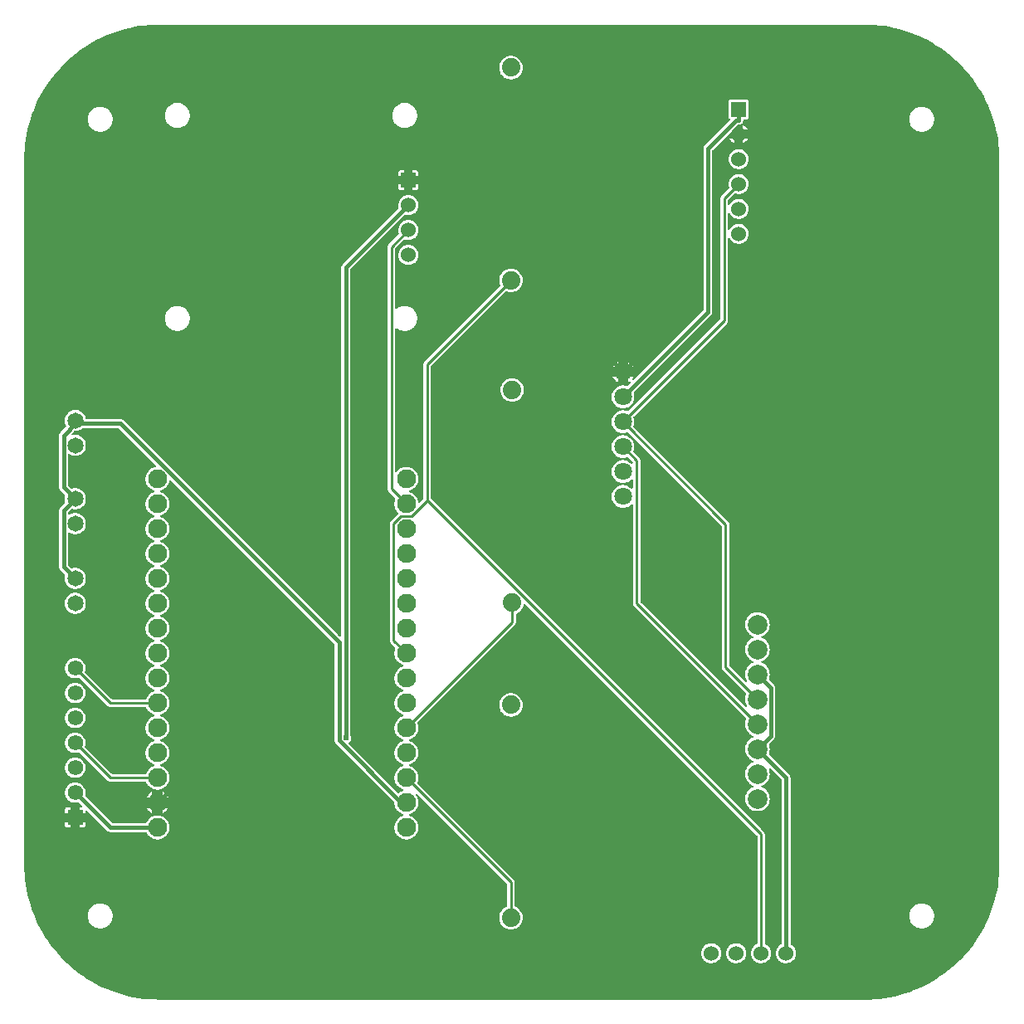
<source format=gbl>
G04 Layer: BottomLayer*
G04 EasyEDA v6.5.23, 2023-06-28 09:07:18*
G04 df611495b25e4bdeb4d342b309801e4c,9d485ff6e355438eacffb324f9111ecc,10*
G04 Gerber Generator version 0.2*
G04 Scale: 100 percent, Rotated: No, Reflected: No *
G04 Dimensions in millimeters *
G04 leading zeros omitted , absolute positions ,4 integer and 5 decimal *
%FSLAX45Y45*%
%MOMM*%

%ADD10C,0.4000*%
%ADD11C,0.2540*%
%ADD12C,2.0000*%
%ADD13R,1.5748X1.5748*%
%ADD14C,1.5748*%
%ADD15C,1.9304*%
%ADD16C,1.5240*%
%ADD17R,1.5240X1.5240*%
%ADD18C,1.8000*%
%ADD19C,1.6500*%
%ADD20C,1.8796*%
%ADD21C,0.6100*%
%ADD22C,0.0103*%

%LPD*%
G36*
X-7399680Y-474116D02*
G01*
X-7451547Y-473100D01*
X-7502855Y-470204D01*
X-7554010Y-465429D01*
X-7604963Y-458724D01*
X-7655610Y-450088D01*
X-7705953Y-439572D01*
X-7755788Y-427228D01*
X-7805166Y-413004D01*
X-7853984Y-396900D01*
X-7902194Y-379018D01*
X-7949641Y-359359D01*
X-7996326Y-337921D01*
X-8042198Y-314756D01*
X-8087207Y-289915D01*
X-8131200Y-263347D01*
X-8174177Y-235204D01*
X-8216087Y-205486D01*
X-8256879Y-174193D01*
X-8296402Y-141376D01*
X-8334756Y-107137D01*
X-8371738Y-71475D01*
X-8407400Y-34493D01*
X-8441639Y3860D01*
X-8474405Y43434D01*
X-8505698Y84175D01*
X-8535416Y126085D01*
X-8563559Y169113D01*
X-8590076Y213106D01*
X-8614918Y258114D01*
X-8638082Y303987D01*
X-8659469Y350672D01*
X-8679129Y398170D01*
X-8697010Y446328D01*
X-8713063Y495147D01*
X-8727287Y544525D01*
X-8739682Y594410D01*
X-8750147Y644702D01*
X-8758732Y695401D01*
X-8765438Y746353D01*
X-8770213Y797509D01*
X-8773109Y848817D01*
X-8774074Y900328D01*
X-8774074Y8099653D01*
X-8773109Y8151571D01*
X-8770213Y8202879D01*
X-8765387Y8254034D01*
X-8758682Y8304987D01*
X-8750096Y8355634D01*
X-8739581Y8405926D01*
X-8727186Y8455812D01*
X-8712962Y8505190D01*
X-8696909Y8554008D01*
X-8679027Y8602167D01*
X-8659317Y8649665D01*
X-8637930Y8696350D01*
X-8614765Y8742222D01*
X-8589873Y8787180D01*
X-8563356Y8831224D01*
X-8535212Y8874201D01*
X-8505444Y8916111D01*
X-8474151Y8956852D01*
X-8441385Y8996426D01*
X-8407146Y9034729D01*
X-8371484Y9071762D01*
X-8334451Y9107373D01*
X-8296148Y9141612D01*
X-8256574Y9174378D01*
X-8215782Y9205671D01*
X-8173872Y9235389D01*
X-8130895Y9263532D01*
X-8086852Y9290050D01*
X-8041894Y9314942D01*
X-7996021Y9338056D01*
X-7949285Y9359493D01*
X-7901838Y9379153D01*
X-7853629Y9397034D01*
X-7804810Y9413087D01*
X-7755432Y9427311D01*
X-7705547Y9439656D01*
X-7655255Y9450120D01*
X-7604607Y9458756D01*
X-7553655Y9465462D01*
X-7502499Y9470237D01*
X-7451191Y9473133D01*
X-7399680Y9474047D01*
X-200304Y9474047D01*
X-148437Y9473082D01*
X-97129Y9470186D01*
X-45974Y9465411D01*
X4978Y9458706D01*
X55626Y9450070D01*
X105968Y9439554D01*
X155803Y9427210D01*
X205181Y9412986D01*
X254000Y9396882D01*
X302209Y9379000D01*
X349656Y9359341D01*
X396341Y9337903D01*
X442214Y9314738D01*
X487222Y9289897D01*
X531215Y9263329D01*
X574192Y9235186D01*
X616102Y9205468D01*
X656894Y9174175D01*
X696417Y9141358D01*
X734771Y9107119D01*
X771753Y9071457D01*
X807415Y9034475D01*
X841654Y8996121D01*
X874420Y8956548D01*
X905713Y8915806D01*
X935431Y8873896D01*
X963574Y8830868D01*
X990092Y8786876D01*
X1014933Y8741867D01*
X1038098Y8695994D01*
X1059484Y8649309D01*
X1079144Y8601811D01*
X1097026Y8553653D01*
X1113078Y8504834D01*
X1127302Y8455456D01*
X1139698Y8405571D01*
X1150162Y8355279D01*
X1158748Y8304580D01*
X1165453Y8253628D01*
X1170228Y8202472D01*
X1173124Y8151164D01*
X1174089Y8099653D01*
X1174089Y900328D01*
X1173124Y848410D01*
X1170228Y797102D01*
X1165402Y745947D01*
X1158697Y694994D01*
X1150112Y644347D01*
X1139596Y594055D01*
X1127201Y544169D01*
X1112977Y494792D01*
X1096924Y445973D01*
X1079042Y397814D01*
X1059332Y350316D01*
X1037945Y303631D01*
X1014780Y257759D01*
X989888Y212801D01*
X963371Y168757D01*
X935228Y125780D01*
X905459Y83870D01*
X874166Y43129D01*
X841400Y3556D01*
X807161Y-34747D01*
X771499Y-71780D01*
X734466Y-107391D01*
X696163Y-141630D01*
X656590Y-174396D01*
X615797Y-205689D01*
X573887Y-235407D01*
X530910Y-263550D01*
X486867Y-290068D01*
X441909Y-314960D01*
X396036Y-338074D01*
X349300Y-359511D01*
X301853Y-379171D01*
X253644Y-397052D01*
X204825Y-413105D01*
X155448Y-427329D01*
X105562Y-439674D01*
X55270Y-450138D01*
X4622Y-458774D01*
X-46329Y-465480D01*
X-97485Y-470255D01*
X-148793Y-473151D01*
X-200304Y-474116D01*
G37*

%LPC*%
G36*
X-1514703Y-102006D02*
G01*
X-1501089Y-101549D01*
X-1487627Y-99314D01*
X-1474622Y-95250D01*
X-1462227Y-89509D01*
X-1450746Y-82194D01*
X-1440332Y-73406D01*
X-1431188Y-63246D01*
X-1423466Y-52019D01*
X-1417320Y-39878D01*
X-1412849Y-26974D01*
X-1410106Y-13614D01*
X-1409192Y0D01*
X-1410106Y13614D01*
X-1412849Y26974D01*
X-1417320Y39878D01*
X-1423466Y52019D01*
X-1431188Y63246D01*
X-1440332Y73406D01*
X-1450746Y82194D01*
X-1462227Y89509D01*
X-1474622Y95250D01*
X-1487627Y99314D01*
X-1501089Y101549D01*
X-1514703Y102006D01*
X-1528267Y100685D01*
X-1541526Y97485D01*
X-1554276Y92608D01*
X-1566214Y86055D01*
X-1577187Y77978D01*
X-1586992Y68478D01*
X-1595475Y57759D01*
X-1602435Y46024D01*
X-1607718Y33477D01*
X-1611325Y20320D01*
X-1613154Y6807D01*
X-1613154Y-6807D01*
X-1611325Y-20320D01*
X-1607718Y-33477D01*
X-1602435Y-46024D01*
X-1595475Y-57759D01*
X-1586992Y-68478D01*
X-1577187Y-77978D01*
X-1566214Y-86055D01*
X-1554276Y-92608D01*
X-1541526Y-97485D01*
X-1528267Y-100685D01*
G37*
G36*
X-1768703Y-102006D02*
G01*
X-1755089Y-101549D01*
X-1741627Y-99314D01*
X-1728622Y-95250D01*
X-1716227Y-89509D01*
X-1704746Y-82194D01*
X-1694332Y-73406D01*
X-1685188Y-63246D01*
X-1677466Y-52019D01*
X-1671320Y-39878D01*
X-1666849Y-26974D01*
X-1664106Y-13614D01*
X-1663192Y0D01*
X-1664106Y13614D01*
X-1666849Y26974D01*
X-1671320Y39878D01*
X-1677466Y52019D01*
X-1685188Y63246D01*
X-1694332Y73406D01*
X-1704746Y82194D01*
X-1716227Y89509D01*
X-1728622Y95250D01*
X-1741627Y99314D01*
X-1755089Y101549D01*
X-1768703Y102006D01*
X-1782267Y100685D01*
X-1795525Y97485D01*
X-1808276Y92608D01*
X-1820214Y86055D01*
X-1831187Y77978D01*
X-1840992Y68478D01*
X-1849475Y57759D01*
X-1856435Y46024D01*
X-1861718Y33477D01*
X-1865325Y20320D01*
X-1867154Y6807D01*
X-1867154Y-6807D01*
X-1865325Y-20320D01*
X-1861718Y-33477D01*
X-1856435Y-46024D01*
X-1849475Y-57759D01*
X-1840992Y-68478D01*
X-1831187Y-77978D01*
X-1820214Y-86055D01*
X-1808276Y-92608D01*
X-1795525Y-97485D01*
X-1782267Y-100685D01*
G37*
G36*
X-1006703Y-102006D02*
G01*
X-993089Y-101549D01*
X-979627Y-99314D01*
X-966622Y-95250D01*
X-954227Y-89509D01*
X-942746Y-82194D01*
X-932332Y-73406D01*
X-923188Y-63246D01*
X-915466Y-52019D01*
X-909319Y-39878D01*
X-904849Y-26974D01*
X-902106Y-13614D01*
X-901192Y0D01*
X-902106Y13614D01*
X-904849Y26974D01*
X-909319Y39878D01*
X-915466Y52019D01*
X-923188Y63246D01*
X-932332Y73406D01*
X-942746Y82194D01*
X-952703Y88544D01*
X-955192Y90830D01*
X-956818Y93776D01*
X-957376Y97129D01*
X-957427Y1792478D01*
X-958646Y1801215D01*
X-961339Y1809242D01*
X-965453Y1816607D01*
X-971194Y1823466D01*
X-1175308Y2027580D01*
X-1177340Y2030628D01*
X-1178255Y2034184D01*
X-1177798Y2037791D01*
X-1173175Y2052675D01*
X-1170432Y2067610D01*
X-1169517Y2082800D01*
X-1170432Y2097989D01*
X-1173175Y2112924D01*
X-1177798Y2127808D01*
X-1178255Y2131415D01*
X-1177340Y2134971D01*
X-1175258Y2137968D01*
X-1125423Y2187956D01*
X-1120089Y2194966D01*
X-1116330Y2202535D01*
X-1113993Y2210714D01*
X-1113180Y2219604D01*
X-1113231Y2710230D01*
X-1114450Y2718968D01*
X-1117142Y2726994D01*
X-1121257Y2734411D01*
X-1126947Y2741269D01*
X-1175308Y2789580D01*
X-1177340Y2792628D01*
X-1178255Y2796184D01*
X-1177798Y2799791D01*
X-1173175Y2814675D01*
X-1170432Y2829610D01*
X-1169517Y2844800D01*
X-1170432Y2859989D01*
X-1173175Y2874924D01*
X-1177696Y2889453D01*
X-1183944Y2903321D01*
X-1191818Y2916326D01*
X-1201166Y2928264D01*
X-1211935Y2939034D01*
X-1223873Y2948381D01*
X-1236878Y2956255D01*
X-1250797Y2962554D01*
X-1253998Y2964738D01*
X-1256080Y2967990D01*
X-1256792Y2971800D01*
X-1256080Y2975610D01*
X-1253998Y2978861D01*
X-1250797Y2981045D01*
X-1236878Y2987344D01*
X-1223873Y2995218D01*
X-1211935Y3004566D01*
X-1201166Y3015335D01*
X-1191818Y3027273D01*
X-1183944Y3040278D01*
X-1177696Y3054146D01*
X-1173175Y3068675D01*
X-1170432Y3083610D01*
X-1169517Y3098800D01*
X-1170432Y3113989D01*
X-1173175Y3128924D01*
X-1177696Y3143453D01*
X-1183944Y3157321D01*
X-1191818Y3170326D01*
X-1201166Y3182264D01*
X-1211935Y3193034D01*
X-1223873Y3202381D01*
X-1236878Y3210255D01*
X-1250797Y3216554D01*
X-1253998Y3218738D01*
X-1256080Y3221990D01*
X-1256792Y3225800D01*
X-1256080Y3229610D01*
X-1253998Y3232861D01*
X-1250797Y3235045D01*
X-1236878Y3241344D01*
X-1223873Y3249218D01*
X-1211935Y3258565D01*
X-1201166Y3269335D01*
X-1191818Y3281273D01*
X-1183944Y3294278D01*
X-1177696Y3308146D01*
X-1173175Y3322675D01*
X-1170432Y3337610D01*
X-1169517Y3352800D01*
X-1170432Y3367989D01*
X-1173175Y3382924D01*
X-1177696Y3397453D01*
X-1183944Y3411321D01*
X-1191818Y3424326D01*
X-1201166Y3436264D01*
X-1211935Y3447034D01*
X-1223873Y3456381D01*
X-1236878Y3464255D01*
X-1250746Y3470503D01*
X-1265275Y3475024D01*
X-1280210Y3477768D01*
X-1295400Y3478682D01*
X-1310589Y3477768D01*
X-1325524Y3475024D01*
X-1340053Y3470503D01*
X-1353921Y3464255D01*
X-1366926Y3456381D01*
X-1378864Y3447034D01*
X-1389634Y3436264D01*
X-1398981Y3424326D01*
X-1406855Y3411321D01*
X-1413103Y3397453D01*
X-1417624Y3382924D01*
X-1420368Y3367989D01*
X-1421282Y3352800D01*
X-1420368Y3337610D01*
X-1417624Y3322675D01*
X-1413103Y3308146D01*
X-1406855Y3294278D01*
X-1398981Y3281273D01*
X-1389634Y3269335D01*
X-1378864Y3258565D01*
X-1366926Y3249218D01*
X-1353921Y3241344D01*
X-1340002Y3235045D01*
X-1336802Y3232861D01*
X-1334719Y3229610D01*
X-1334008Y3225800D01*
X-1334719Y3221990D01*
X-1336802Y3218738D01*
X-1340002Y3216554D01*
X-1353921Y3210255D01*
X-1366926Y3202381D01*
X-1378864Y3193034D01*
X-1389634Y3182264D01*
X-1398981Y3170326D01*
X-1406855Y3157321D01*
X-1413103Y3143453D01*
X-1417624Y3128924D01*
X-1420368Y3113989D01*
X-1421282Y3098800D01*
X-1420368Y3083610D01*
X-1417624Y3068675D01*
X-1413103Y3054146D01*
X-1406855Y3040278D01*
X-1398981Y3027273D01*
X-1389634Y3015335D01*
X-1378864Y3004566D01*
X-1366926Y2995218D01*
X-1353921Y2987344D01*
X-1340002Y2981045D01*
X-1336802Y2978861D01*
X-1334719Y2975610D01*
X-1334008Y2971800D01*
X-1334719Y2967990D01*
X-1336802Y2964738D01*
X-1340002Y2962554D01*
X-1353921Y2956255D01*
X-1366926Y2948381D01*
X-1378864Y2939034D01*
X-1389634Y2928264D01*
X-1398981Y2916326D01*
X-1406855Y2903321D01*
X-1413103Y2889453D01*
X-1417624Y2874924D01*
X-1420368Y2859989D01*
X-1421282Y2844800D01*
X-1420368Y2829610D01*
X-1417624Y2814675D01*
X-1413103Y2800146D01*
X-1406855Y2786278D01*
X-1405178Y2783484D01*
X-1403807Y2779522D01*
X-1404112Y2775356D01*
X-1406093Y2771698D01*
X-1409395Y2769108D01*
X-1413408Y2768092D01*
X-1417523Y2768752D01*
X-1421028Y2771038D01*
X-1578203Y2928213D01*
X-1580388Y2931515D01*
X-1581200Y2935376D01*
X-1581200Y4375200D01*
X-1581962Y4383227D01*
X-1584147Y4390440D01*
X-1587703Y4397095D01*
X-1592834Y4403344D01*
X-2557576Y5368036D01*
X-2559812Y5371490D01*
X-2560523Y5375554D01*
X-2559253Y5380228D01*
X-2554732Y5394096D01*
X-2552039Y5408371D01*
X-2551125Y5422900D01*
X-2552039Y5437428D01*
X-2554732Y5451703D01*
X-2559253Y5465572D01*
X-2560523Y5470245D01*
X-2559812Y5474309D01*
X-2557576Y5477764D01*
X-1608683Y6426657D01*
X-1603552Y6432854D01*
X-1599996Y6439509D01*
X-1597812Y6446774D01*
X-1596999Y6454800D01*
X-1596999Y7291984D01*
X-1596237Y7295845D01*
X-1594104Y7299096D01*
X-1590903Y7301331D01*
X-1587093Y7302144D01*
X-1583232Y7301484D01*
X-1579930Y7299452D01*
X-1577644Y7296302D01*
X-1575409Y7291527D01*
X-1568094Y7280046D01*
X-1559306Y7269632D01*
X-1549146Y7260488D01*
X-1537919Y7252766D01*
X-1525778Y7246620D01*
X-1512874Y7242149D01*
X-1499514Y7239406D01*
X-1485900Y7238492D01*
X-1472285Y7239406D01*
X-1458925Y7242149D01*
X-1446022Y7246620D01*
X-1433880Y7252766D01*
X-1422654Y7260488D01*
X-1412494Y7269632D01*
X-1403705Y7280046D01*
X-1396390Y7291527D01*
X-1390650Y7303922D01*
X-1386586Y7316927D01*
X-1384350Y7330389D01*
X-1383893Y7344003D01*
X-1385214Y7357567D01*
X-1388414Y7370825D01*
X-1393291Y7383576D01*
X-1399844Y7395514D01*
X-1407922Y7406487D01*
X-1417421Y7416292D01*
X-1428140Y7424775D01*
X-1439875Y7431735D01*
X-1452422Y7437018D01*
X-1465580Y7440625D01*
X-1479092Y7442453D01*
X-1492707Y7442453D01*
X-1506220Y7440625D01*
X-1519377Y7437018D01*
X-1531924Y7431735D01*
X-1543659Y7424775D01*
X-1554378Y7416292D01*
X-1563878Y7406487D01*
X-1571955Y7395514D01*
X-1577949Y7384592D01*
X-1580845Y7381290D01*
X-1584909Y7379512D01*
X-1589379Y7379665D01*
X-1593291Y7381646D01*
X-1596034Y7385151D01*
X-1596999Y7389469D01*
X-1596999Y7545984D01*
X-1596237Y7549845D01*
X-1594104Y7553096D01*
X-1590903Y7555331D01*
X-1587093Y7556144D01*
X-1583232Y7555484D01*
X-1579930Y7553452D01*
X-1577644Y7550302D01*
X-1575409Y7545527D01*
X-1568094Y7534046D01*
X-1559306Y7523632D01*
X-1549146Y7514488D01*
X-1537919Y7506766D01*
X-1525778Y7500620D01*
X-1512874Y7496149D01*
X-1499514Y7493406D01*
X-1485900Y7492492D01*
X-1472285Y7493406D01*
X-1458925Y7496149D01*
X-1446022Y7500620D01*
X-1433880Y7506766D01*
X-1422654Y7514488D01*
X-1412494Y7523632D01*
X-1403705Y7534046D01*
X-1396390Y7545527D01*
X-1390650Y7557922D01*
X-1386586Y7570927D01*
X-1384350Y7584389D01*
X-1383893Y7598003D01*
X-1385214Y7611567D01*
X-1388414Y7624825D01*
X-1393291Y7637576D01*
X-1399844Y7649514D01*
X-1407922Y7660487D01*
X-1417421Y7670292D01*
X-1428140Y7678775D01*
X-1439875Y7685735D01*
X-1452422Y7691018D01*
X-1465580Y7694625D01*
X-1479092Y7696453D01*
X-1492707Y7696453D01*
X-1506220Y7694625D01*
X-1519377Y7691018D01*
X-1531924Y7685735D01*
X-1543659Y7678775D01*
X-1554378Y7670292D01*
X-1563878Y7660487D01*
X-1571955Y7649514D01*
X-1577949Y7638592D01*
X-1580845Y7635290D01*
X-1584909Y7633512D01*
X-1589379Y7633665D01*
X-1593291Y7635646D01*
X-1596034Y7639151D01*
X-1596999Y7643469D01*
X-1596999Y7678674D01*
X-1596237Y7682585D01*
X-1594002Y7685887D01*
X-1529892Y7749997D01*
X-1526794Y7752130D01*
X-1523136Y7752943D01*
X-1519377Y7752384D01*
X-1512874Y7750149D01*
X-1499514Y7747406D01*
X-1485900Y7746492D01*
X-1472285Y7747406D01*
X-1458925Y7750149D01*
X-1446022Y7754620D01*
X-1433880Y7760766D01*
X-1422654Y7768488D01*
X-1412494Y7777632D01*
X-1403705Y7788046D01*
X-1396390Y7799527D01*
X-1390650Y7811922D01*
X-1386586Y7824927D01*
X-1384350Y7838389D01*
X-1383893Y7852003D01*
X-1385214Y7865567D01*
X-1388414Y7878825D01*
X-1393291Y7891576D01*
X-1399844Y7903514D01*
X-1407922Y7914487D01*
X-1417421Y7924292D01*
X-1428140Y7932775D01*
X-1439875Y7939735D01*
X-1452422Y7945018D01*
X-1465580Y7948625D01*
X-1479092Y7950453D01*
X-1492707Y7950453D01*
X-1506220Y7948625D01*
X-1519377Y7945018D01*
X-1531924Y7939735D01*
X-1543659Y7932775D01*
X-1554378Y7924292D01*
X-1563878Y7914487D01*
X-1571955Y7903514D01*
X-1578508Y7891576D01*
X-1583385Y7878825D01*
X-1586585Y7865567D01*
X-1587906Y7852003D01*
X-1587449Y7838389D01*
X-1585214Y7824927D01*
X-1582064Y7814716D01*
X-1581607Y7811109D01*
X-1582470Y7807553D01*
X-1584553Y7804556D01*
X-1662582Y7726527D01*
X-1667662Y7720330D01*
X-1671218Y7713624D01*
X-1673402Y7706410D01*
X-1674215Y7698384D01*
X-1674215Y6474510D01*
X-1674977Y6470599D01*
X-1677212Y6467297D01*
X-2612288Y5532221D01*
X-2615539Y5530037D01*
X-2619349Y5529224D01*
X-2623210Y5529935D01*
X-2631186Y5533136D01*
X-2645308Y5536742D01*
X-2659735Y5538571D01*
X-2674264Y5538571D01*
X-2688691Y5536742D01*
X-2702814Y5533136D01*
X-2716326Y5527751D01*
X-2729077Y5520740D01*
X-2740863Y5512206D01*
X-2751480Y5502249D01*
X-2760776Y5491022D01*
X-2768549Y5478729D01*
X-2774746Y5465572D01*
X-2779268Y5451703D01*
X-2781960Y5437428D01*
X-2782874Y5422900D01*
X-2781960Y5408371D01*
X-2779268Y5394096D01*
X-2774746Y5380228D01*
X-2768549Y5367070D01*
X-2760776Y5354777D01*
X-2751480Y5343550D01*
X-2740863Y5333593D01*
X-2729077Y5325059D01*
X-2716326Y5318048D01*
X-2702814Y5312664D01*
X-2688691Y5309057D01*
X-2674264Y5307228D01*
X-2659735Y5307228D01*
X-2645308Y5309057D01*
X-2631186Y5312664D01*
X-2623210Y5315864D01*
X-2619349Y5316575D01*
X-2615539Y5315762D01*
X-2612288Y5313578D01*
X-1661363Y4362653D01*
X-1659178Y4359351D01*
X-1658416Y4355490D01*
X-1658416Y2915666D01*
X-1657604Y2907639D01*
X-1655419Y2900426D01*
X-1651863Y2893771D01*
X-1646732Y2887522D01*
X-1412341Y2653131D01*
X-1410106Y2649728D01*
X-1409344Y2645765D01*
X-1410258Y2641803D01*
X-1413103Y2635453D01*
X-1417624Y2620924D01*
X-1420368Y2605989D01*
X-1421282Y2590800D01*
X-1420368Y2575610D01*
X-1417624Y2560675D01*
X-1413103Y2546146D01*
X-1406855Y2532278D01*
X-1405178Y2529484D01*
X-1403807Y2525522D01*
X-1404112Y2521356D01*
X-1406093Y2517698D01*
X-1409395Y2515108D01*
X-1413408Y2514092D01*
X-1417523Y2514752D01*
X-1421028Y2517038D01*
X-2486355Y3582365D01*
X-2488539Y3585667D01*
X-2489352Y3589528D01*
X-2489352Y5029352D01*
X-2490114Y5037378D01*
X-2492298Y5044592D01*
X-2495854Y5051247D01*
X-2500985Y5057495D01*
X-2557576Y5114036D01*
X-2559812Y5117490D01*
X-2560523Y5121554D01*
X-2559253Y5126228D01*
X-2554732Y5140096D01*
X-2552039Y5154371D01*
X-2551125Y5168900D01*
X-2552039Y5183428D01*
X-2554732Y5197703D01*
X-2559253Y5211572D01*
X-2565450Y5224729D01*
X-2573223Y5237022D01*
X-2582519Y5248249D01*
X-2593136Y5258206D01*
X-2604922Y5266740D01*
X-2617673Y5273751D01*
X-2631186Y5279136D01*
X-2645308Y5282742D01*
X-2659735Y5284571D01*
X-2674264Y5284571D01*
X-2688691Y5282742D01*
X-2702814Y5279136D01*
X-2716326Y5273751D01*
X-2729077Y5266740D01*
X-2740863Y5258206D01*
X-2751480Y5248249D01*
X-2760776Y5237022D01*
X-2768549Y5224729D01*
X-2774746Y5211572D01*
X-2779268Y5197703D01*
X-2781960Y5183428D01*
X-2782874Y5168900D01*
X-2781960Y5154371D01*
X-2779268Y5140096D01*
X-2774746Y5126228D01*
X-2768549Y5113070D01*
X-2760776Y5100777D01*
X-2751480Y5089550D01*
X-2740863Y5079593D01*
X-2729077Y5071059D01*
X-2716326Y5064048D01*
X-2702814Y5058664D01*
X-2688691Y5055057D01*
X-2674264Y5053228D01*
X-2659735Y5053228D01*
X-2645308Y5055057D01*
X-2631186Y5058664D01*
X-2623210Y5061864D01*
X-2619349Y5062575D01*
X-2615539Y5061762D01*
X-2612288Y5059578D01*
X-2569514Y5016804D01*
X-2567330Y5013502D01*
X-2566568Y5009642D01*
X-2566568Y5002682D01*
X-2567279Y4998872D01*
X-2569464Y4995621D01*
X-2572664Y4993386D01*
X-2576474Y4992573D01*
X-2580335Y4993233D01*
X-2583637Y4995316D01*
X-2593136Y5004206D01*
X-2604922Y5012740D01*
X-2617673Y5019751D01*
X-2631186Y5025136D01*
X-2645308Y5028742D01*
X-2659735Y5030571D01*
X-2674264Y5030571D01*
X-2688691Y5028742D01*
X-2702814Y5025136D01*
X-2716326Y5019751D01*
X-2729077Y5012740D01*
X-2740863Y5004206D01*
X-2751480Y4994249D01*
X-2760776Y4983022D01*
X-2768549Y4970729D01*
X-2774746Y4957572D01*
X-2779268Y4943703D01*
X-2781960Y4929428D01*
X-2782874Y4914900D01*
X-2781960Y4900371D01*
X-2779268Y4886096D01*
X-2774746Y4872228D01*
X-2768549Y4859070D01*
X-2760776Y4846777D01*
X-2751480Y4835550D01*
X-2740863Y4825593D01*
X-2729077Y4817059D01*
X-2716326Y4810048D01*
X-2702814Y4804664D01*
X-2688691Y4801057D01*
X-2674264Y4799228D01*
X-2659735Y4799228D01*
X-2645308Y4801057D01*
X-2631186Y4804664D01*
X-2617673Y4810048D01*
X-2604922Y4817059D01*
X-2593136Y4825593D01*
X-2583637Y4834483D01*
X-2580335Y4836566D01*
X-2576474Y4837226D01*
X-2572664Y4836414D01*
X-2569464Y4834178D01*
X-2567279Y4830927D01*
X-2566568Y4827117D01*
X-2566568Y4748682D01*
X-2567279Y4744872D01*
X-2569464Y4741621D01*
X-2572664Y4739386D01*
X-2576474Y4738573D01*
X-2580335Y4739233D01*
X-2583637Y4741316D01*
X-2593136Y4750206D01*
X-2604922Y4758740D01*
X-2617673Y4765751D01*
X-2631186Y4771136D01*
X-2645308Y4774742D01*
X-2659735Y4776571D01*
X-2674264Y4776571D01*
X-2688691Y4774742D01*
X-2702814Y4771136D01*
X-2716326Y4765751D01*
X-2729077Y4758740D01*
X-2740863Y4750206D01*
X-2751480Y4740249D01*
X-2760776Y4729022D01*
X-2768549Y4716729D01*
X-2774746Y4703572D01*
X-2779268Y4689703D01*
X-2781960Y4675428D01*
X-2782874Y4660900D01*
X-2781960Y4646371D01*
X-2779268Y4632096D01*
X-2774746Y4618228D01*
X-2768549Y4605070D01*
X-2760776Y4592777D01*
X-2751480Y4581550D01*
X-2740863Y4571593D01*
X-2729077Y4563059D01*
X-2716326Y4556048D01*
X-2702814Y4550664D01*
X-2688691Y4547057D01*
X-2674264Y4545228D01*
X-2659735Y4545228D01*
X-2645308Y4547057D01*
X-2631186Y4550664D01*
X-2617673Y4556048D01*
X-2604922Y4563059D01*
X-2593136Y4571593D01*
X-2583637Y4580483D01*
X-2580335Y4582566D01*
X-2576474Y4583226D01*
X-2572664Y4582414D01*
X-2569464Y4580178D01*
X-2567279Y4576927D01*
X-2566568Y4573117D01*
X-2566568Y3569817D01*
X-2565755Y3561791D01*
X-2563571Y3554577D01*
X-2560015Y3547922D01*
X-2554884Y3541674D01*
X-1412341Y2399131D01*
X-1410106Y2395728D01*
X-1409344Y2391765D01*
X-1410258Y2387803D01*
X-1413103Y2381453D01*
X-1417624Y2366924D01*
X-1420368Y2351989D01*
X-1421282Y2336800D01*
X-1420368Y2321610D01*
X-1417624Y2306675D01*
X-1413103Y2292146D01*
X-1406855Y2278278D01*
X-1398981Y2265273D01*
X-1389634Y2253335D01*
X-1378864Y2242566D01*
X-1366926Y2233218D01*
X-1353921Y2225344D01*
X-1340002Y2219045D01*
X-1336802Y2216861D01*
X-1334719Y2213610D01*
X-1334008Y2209800D01*
X-1334719Y2205990D01*
X-1336802Y2202738D01*
X-1340002Y2200554D01*
X-1353921Y2194255D01*
X-1366926Y2186381D01*
X-1378864Y2177034D01*
X-1389634Y2166264D01*
X-1398981Y2154326D01*
X-1406855Y2141321D01*
X-1413103Y2127453D01*
X-1417624Y2112924D01*
X-1420368Y2097989D01*
X-1421282Y2082800D01*
X-1420368Y2067610D01*
X-1417624Y2052675D01*
X-1413103Y2038146D01*
X-1406855Y2024278D01*
X-1398981Y2011273D01*
X-1389634Y1999335D01*
X-1378864Y1988566D01*
X-1366926Y1979218D01*
X-1353921Y1971344D01*
X-1340002Y1965045D01*
X-1336802Y1962861D01*
X-1334719Y1959610D01*
X-1334008Y1955800D01*
X-1334719Y1951989D01*
X-1336802Y1948738D01*
X-1340002Y1946554D01*
X-1353921Y1940255D01*
X-1366926Y1932381D01*
X-1378864Y1923034D01*
X-1389634Y1912264D01*
X-1398981Y1900326D01*
X-1406855Y1887321D01*
X-1413103Y1873453D01*
X-1417624Y1858924D01*
X-1420368Y1843989D01*
X-1421282Y1828800D01*
X-1420368Y1813610D01*
X-1417624Y1798675D01*
X-1413103Y1784146D01*
X-1406855Y1770278D01*
X-1398981Y1757273D01*
X-1389634Y1745335D01*
X-1378864Y1734566D01*
X-1366926Y1725218D01*
X-1353921Y1717344D01*
X-1340002Y1711045D01*
X-1336802Y1708861D01*
X-1334719Y1705610D01*
X-1334008Y1701800D01*
X-1334719Y1697989D01*
X-1336802Y1694738D01*
X-1340002Y1692554D01*
X-1353921Y1686255D01*
X-1366926Y1678381D01*
X-1378864Y1669034D01*
X-1389634Y1658264D01*
X-1398981Y1646326D01*
X-1406855Y1633321D01*
X-1413103Y1619453D01*
X-1417624Y1604924D01*
X-1420368Y1589989D01*
X-1421282Y1574800D01*
X-1420368Y1559610D01*
X-1417624Y1544675D01*
X-1413103Y1530146D01*
X-1406855Y1516278D01*
X-1398981Y1503273D01*
X-1389634Y1491335D01*
X-1378864Y1480566D01*
X-1366926Y1471218D01*
X-1353921Y1463344D01*
X-1340053Y1457096D01*
X-1325524Y1452575D01*
X-1310589Y1449832D01*
X-1295400Y1448917D01*
X-1280210Y1449832D01*
X-1265275Y1452575D01*
X-1250746Y1457096D01*
X-1236878Y1463344D01*
X-1223873Y1471218D01*
X-1211935Y1480566D01*
X-1201166Y1491335D01*
X-1191818Y1503273D01*
X-1183944Y1516278D01*
X-1177696Y1530146D01*
X-1173175Y1544675D01*
X-1170432Y1559610D01*
X-1169517Y1574800D01*
X-1170432Y1589989D01*
X-1173175Y1604924D01*
X-1177696Y1619453D01*
X-1183944Y1633321D01*
X-1191818Y1646326D01*
X-1201166Y1658264D01*
X-1211935Y1669034D01*
X-1223873Y1678381D01*
X-1236878Y1686255D01*
X-1250797Y1692554D01*
X-1253998Y1694738D01*
X-1256080Y1697989D01*
X-1256792Y1701800D01*
X-1256080Y1705610D01*
X-1253998Y1708861D01*
X-1250797Y1711045D01*
X-1236878Y1717344D01*
X-1223873Y1725218D01*
X-1211935Y1734566D01*
X-1201166Y1745335D01*
X-1191818Y1757273D01*
X-1183944Y1770278D01*
X-1177696Y1784146D01*
X-1173175Y1798675D01*
X-1170432Y1813610D01*
X-1169517Y1828800D01*
X-1170432Y1843989D01*
X-1173175Y1858924D01*
X-1177544Y1872894D01*
X-1177899Y1877364D01*
X-1176324Y1881530D01*
X-1173073Y1884629D01*
X-1168857Y1886051D01*
X-1164437Y1885492D01*
X-1160627Y1883105D01*
X-1052169Y1774647D01*
X-1049985Y1771345D01*
X-1049223Y1767484D01*
X-1049223Y97028D01*
X-1049832Y93472D01*
X-1051661Y90373D01*
X-1054506Y88087D01*
X-1058214Y86055D01*
X-1069187Y77978D01*
X-1078992Y68478D01*
X-1087475Y57759D01*
X-1094435Y46024D01*
X-1099718Y33477D01*
X-1103325Y20320D01*
X-1105154Y6807D01*
X-1105154Y-6807D01*
X-1103325Y-20320D01*
X-1099718Y-33477D01*
X-1094435Y-46024D01*
X-1087475Y-57759D01*
X-1078992Y-68478D01*
X-1069187Y-77978D01*
X-1058214Y-86055D01*
X-1046276Y-92608D01*
X-1033526Y-97485D01*
X-1020267Y-100685D01*
G37*
G36*
X-1260703Y-102006D02*
G01*
X-1247089Y-101549D01*
X-1233627Y-99314D01*
X-1220622Y-95250D01*
X-1208227Y-89509D01*
X-1196746Y-82194D01*
X-1186332Y-73406D01*
X-1177188Y-63246D01*
X-1169466Y-52019D01*
X-1163320Y-39878D01*
X-1158849Y-26974D01*
X-1156106Y-13614D01*
X-1155192Y0D01*
X-1156106Y13614D01*
X-1158849Y26974D01*
X-1163320Y39878D01*
X-1169466Y52019D01*
X-1177188Y63246D01*
X-1186332Y73406D01*
X-1196746Y82194D01*
X-1208227Y89509D01*
X-1212799Y91643D01*
X-1215898Y93878D01*
X-1217980Y97078D01*
X-1218692Y100838D01*
X-1218692Y1211884D01*
X-1219504Y1219911D01*
X-1221689Y1227124D01*
X-1225245Y1233779D01*
X-1230376Y1240028D01*
X-4622850Y4632553D01*
X-4625086Y4635855D01*
X-4625848Y4639716D01*
X-4625848Y5990539D01*
X-4625086Y5994400D01*
X-4622850Y5997702D01*
X-3867810Y6752793D01*
X-3864559Y6754977D01*
X-3860749Y6755739D01*
X-3856939Y6755079D01*
X-3846322Y6750964D01*
X-3832047Y6747357D01*
X-3817365Y6745528D01*
X-3802634Y6745528D01*
X-3787952Y6747357D01*
X-3773678Y6750964D01*
X-3759911Y6756298D01*
X-3746906Y6763258D01*
X-3734866Y6771792D01*
X-3723944Y6781749D01*
X-3714343Y6792975D01*
X-3706215Y6805269D01*
X-3699611Y6818477D01*
X-3694684Y6832396D01*
X-3691534Y6846824D01*
X-3690162Y6861505D01*
X-3690620Y6876237D01*
X-3692906Y6890816D01*
X-3696970Y6905040D01*
X-3702710Y6918604D01*
X-3710076Y6931406D01*
X-3718966Y6943191D01*
X-3729228Y6953758D01*
X-3740759Y6963054D01*
X-3753307Y6970775D01*
X-3766718Y6976973D01*
X-3780739Y6981444D01*
X-3795268Y6984136D01*
X-3810000Y6985050D01*
X-3824732Y6984136D01*
X-3839260Y6981444D01*
X-3853281Y6976973D01*
X-3866692Y6970775D01*
X-3879240Y6963054D01*
X-3890772Y6953758D01*
X-3901033Y6943191D01*
X-3909923Y6931406D01*
X-3917289Y6918604D01*
X-3923029Y6905040D01*
X-3927094Y6890816D01*
X-3929379Y6876237D01*
X-3929786Y6861505D01*
X-3928465Y6846824D01*
X-3925315Y6832396D01*
X-3920134Y6817817D01*
X-3919575Y6814058D01*
X-3920388Y6810400D01*
X-3922522Y6807250D01*
X-4691430Y6038392D01*
X-4696510Y6032144D01*
X-4700066Y6025489D01*
X-4702251Y6018276D01*
X-4703064Y6010249D01*
X-4703064Y4639716D01*
X-4703826Y4635855D01*
X-4706061Y4632553D01*
X-4739081Y4599482D01*
X-4742840Y4597095D01*
X-4747260Y4596536D01*
X-4751476Y4597908D01*
X-4754727Y4600956D01*
X-4756302Y4605121D01*
X-4757216Y4610862D01*
X-4761331Y4625390D01*
X-4767224Y4639259D01*
X-4774742Y4652314D01*
X-4783836Y4664354D01*
X-4794351Y4675174D01*
X-4806086Y4684623D01*
X-4818888Y4692548D01*
X-4832604Y4698847D01*
X-4842459Y4701997D01*
X-4846218Y4704130D01*
X-4848707Y4707686D01*
X-4849520Y4711954D01*
X-4848453Y4716170D01*
X-4845710Y4719574D01*
X-4841849Y4721504D01*
X-4839716Y4722063D01*
X-4825644Y4727498D01*
X-4812334Y4734610D01*
X-4800041Y4743348D01*
X-4788916Y4753508D01*
X-4779111Y4764938D01*
X-4770780Y4777486D01*
X-4764074Y4790998D01*
X-4759045Y4805222D01*
X-4755845Y4819904D01*
X-4754473Y4834940D01*
X-4754930Y4849977D01*
X-4757216Y4864862D01*
X-4761331Y4879390D01*
X-4767224Y4893259D01*
X-4774742Y4906314D01*
X-4783836Y4918354D01*
X-4794351Y4929174D01*
X-4806086Y4938623D01*
X-4818888Y4946548D01*
X-4832604Y4952847D01*
X-4846929Y4957419D01*
X-4861763Y4960162D01*
X-4876800Y4961128D01*
X-4891836Y4960162D01*
X-4906670Y4957419D01*
X-4920996Y4952847D01*
X-4934712Y4946548D01*
X-4947513Y4938623D01*
X-4959248Y4929174D01*
X-4969764Y4918354D01*
X-4973777Y4912969D01*
X-4976977Y4910226D01*
X-4980990Y4909007D01*
X-4985156Y4909464D01*
X-4988763Y4911598D01*
X-4991201Y4915001D01*
X-4992065Y4919116D01*
X-4992065Y6371640D01*
X-4991049Y6376060D01*
X-4988255Y6379565D01*
X-4984242Y6381546D01*
X-4979720Y6381546D01*
X-4975656Y6379667D01*
X-4966004Y6372098D01*
X-4952796Y6364122D01*
X-4938776Y6357772D01*
X-4924094Y6353200D01*
X-4908956Y6350457D01*
X-4893564Y6349492D01*
X-4878171Y6350457D01*
X-4863033Y6353200D01*
X-4848352Y6357772D01*
X-4834331Y6364122D01*
X-4821123Y6372098D01*
X-4809032Y6381597D01*
X-4798161Y6392468D01*
X-4788662Y6404559D01*
X-4780686Y6417767D01*
X-4774336Y6431788D01*
X-4769764Y6446469D01*
X-4767021Y6461607D01*
X-4766056Y6477000D01*
X-4767021Y6492392D01*
X-4769764Y6507530D01*
X-4774336Y6522212D01*
X-4780686Y6536232D01*
X-4788662Y6549440D01*
X-4798161Y6561531D01*
X-4809032Y6572402D01*
X-4821123Y6581902D01*
X-4834331Y6589877D01*
X-4848352Y6596227D01*
X-4863033Y6600799D01*
X-4878171Y6603542D01*
X-4893564Y6604508D01*
X-4908956Y6603542D01*
X-4924094Y6600799D01*
X-4938776Y6596227D01*
X-4952796Y6589877D01*
X-4966004Y6581902D01*
X-4975656Y6574332D01*
X-4979720Y6572453D01*
X-4984242Y6572453D01*
X-4988255Y6574434D01*
X-4991049Y6577939D01*
X-4992065Y6582359D01*
X-4992065Y7184542D01*
X-4991303Y7188453D01*
X-4989068Y7191756D01*
X-4900726Y7280097D01*
X-4897628Y7282230D01*
X-4893970Y7283043D01*
X-4890211Y7282484D01*
X-4883708Y7280249D01*
X-4870348Y7277506D01*
X-4856734Y7276592D01*
X-4843119Y7277506D01*
X-4829759Y7280249D01*
X-4816856Y7284720D01*
X-4804714Y7290866D01*
X-4793488Y7298588D01*
X-4783328Y7307732D01*
X-4774539Y7318146D01*
X-4767224Y7329627D01*
X-4761484Y7342022D01*
X-4757420Y7355027D01*
X-4755184Y7368489D01*
X-4754727Y7382103D01*
X-4756048Y7395667D01*
X-4759248Y7408925D01*
X-4764125Y7421676D01*
X-4770678Y7433614D01*
X-4778756Y7444587D01*
X-4788255Y7454392D01*
X-4798974Y7462875D01*
X-4810709Y7469835D01*
X-4823256Y7475118D01*
X-4836414Y7478725D01*
X-4849926Y7480553D01*
X-4863541Y7480553D01*
X-4877054Y7478725D01*
X-4890211Y7475118D01*
X-4902758Y7469835D01*
X-4914493Y7462875D01*
X-4925212Y7454392D01*
X-4934712Y7444587D01*
X-4942789Y7433614D01*
X-4949342Y7421676D01*
X-4954219Y7408925D01*
X-4957419Y7395667D01*
X-4958740Y7382103D01*
X-4958283Y7368489D01*
X-4956048Y7355027D01*
X-4952898Y7344816D01*
X-4952441Y7341209D01*
X-4953304Y7337653D01*
X-4955387Y7334656D01*
X-5057648Y7232396D01*
X-5062728Y7226198D01*
X-5066284Y7219492D01*
X-5068468Y7212279D01*
X-5069281Y7204252D01*
X-5069281Y4739081D01*
X-5068468Y4731054D01*
X-5066284Y4723790D01*
X-5062728Y4717135D01*
X-5057648Y4710938D01*
X-4991100Y4644390D01*
X-4988864Y4641088D01*
X-4988102Y4637176D01*
X-4988915Y4633264D01*
X-4992268Y4625390D01*
X-4996383Y4610862D01*
X-4998669Y4595977D01*
X-4999126Y4580940D01*
X-4997754Y4565904D01*
X-4994554Y4551222D01*
X-4989525Y4536998D01*
X-4982819Y4523486D01*
X-4974488Y4510938D01*
X-4964684Y4499508D01*
X-4961331Y4496460D01*
X-4958943Y4493158D01*
X-4958029Y4489145D01*
X-4958740Y4485132D01*
X-4960975Y4481728D01*
X-5033162Y4409592D01*
X-5038242Y4403394D01*
X-5041798Y4396689D01*
X-5043982Y4389475D01*
X-5044795Y4381449D01*
X-5044795Y3190595D01*
X-5043982Y3182569D01*
X-5041798Y3175304D01*
X-5038242Y3168650D01*
X-5033162Y3162452D01*
X-4991100Y3120390D01*
X-4988864Y3117088D01*
X-4988102Y3113176D01*
X-4988915Y3109264D01*
X-4992268Y3101390D01*
X-4996383Y3086862D01*
X-4998669Y3071977D01*
X-4999126Y3056940D01*
X-4997754Y3041904D01*
X-4994554Y3027222D01*
X-4989525Y3012998D01*
X-4982819Y2999486D01*
X-4974488Y2986938D01*
X-4964684Y2975508D01*
X-4953558Y2965348D01*
X-4941214Y2956610D01*
X-4927955Y2949498D01*
X-4913884Y2944063D01*
X-4911750Y2943504D01*
X-4907889Y2941574D01*
X-4905146Y2938170D01*
X-4904079Y2933954D01*
X-4904892Y2929686D01*
X-4907381Y2926130D01*
X-4911140Y2923997D01*
X-4920996Y2920847D01*
X-4934712Y2914548D01*
X-4947513Y2906623D01*
X-4959248Y2897174D01*
X-4969764Y2886354D01*
X-4978857Y2874314D01*
X-4986375Y2861259D01*
X-4992268Y2847390D01*
X-4996383Y2832862D01*
X-4998669Y2817977D01*
X-4999126Y2802940D01*
X-4997754Y2787904D01*
X-4994554Y2773222D01*
X-4989525Y2758998D01*
X-4982819Y2745486D01*
X-4974488Y2732938D01*
X-4964684Y2721508D01*
X-4953558Y2711348D01*
X-4941214Y2702610D01*
X-4927955Y2695498D01*
X-4913884Y2690063D01*
X-4911750Y2689504D01*
X-4907889Y2687574D01*
X-4905146Y2684170D01*
X-4904079Y2679954D01*
X-4904892Y2675686D01*
X-4907381Y2672130D01*
X-4911140Y2669997D01*
X-4920996Y2666847D01*
X-4934712Y2660548D01*
X-4947513Y2652623D01*
X-4959248Y2643174D01*
X-4969764Y2632354D01*
X-4978857Y2620314D01*
X-4986375Y2607259D01*
X-4992268Y2593390D01*
X-4996383Y2578862D01*
X-4998669Y2563977D01*
X-4999126Y2548940D01*
X-4997754Y2533904D01*
X-4994554Y2519222D01*
X-4989525Y2504998D01*
X-4982819Y2491486D01*
X-4974488Y2478938D01*
X-4964684Y2467508D01*
X-4953558Y2457348D01*
X-4941214Y2448610D01*
X-4927955Y2441498D01*
X-4913884Y2436063D01*
X-4911750Y2435504D01*
X-4907889Y2433574D01*
X-4905146Y2430170D01*
X-4904079Y2425954D01*
X-4904892Y2421686D01*
X-4907381Y2418130D01*
X-4911140Y2415997D01*
X-4920996Y2412847D01*
X-4934712Y2406548D01*
X-4947513Y2398623D01*
X-4959248Y2389174D01*
X-4969764Y2378354D01*
X-4978857Y2366314D01*
X-4986375Y2353259D01*
X-4992268Y2339390D01*
X-4996383Y2324862D01*
X-4998669Y2309977D01*
X-4999126Y2294940D01*
X-4997754Y2279904D01*
X-4994554Y2265222D01*
X-4989525Y2250998D01*
X-4982819Y2237486D01*
X-4974488Y2224938D01*
X-4964684Y2213508D01*
X-4953558Y2203348D01*
X-4941214Y2194610D01*
X-4927955Y2187498D01*
X-4913884Y2182063D01*
X-4911750Y2181504D01*
X-4907889Y2179574D01*
X-4905146Y2176170D01*
X-4904079Y2171954D01*
X-4904892Y2167686D01*
X-4907381Y2164130D01*
X-4911140Y2161997D01*
X-4920996Y2158847D01*
X-4934712Y2152548D01*
X-4947513Y2144623D01*
X-4959248Y2135174D01*
X-4969764Y2124354D01*
X-4978857Y2112314D01*
X-4986375Y2099259D01*
X-4992268Y2085390D01*
X-4996383Y2070862D01*
X-4998669Y2055977D01*
X-4999126Y2040940D01*
X-4997754Y2025904D01*
X-4994554Y2011222D01*
X-4989525Y1996998D01*
X-4982819Y1983486D01*
X-4974488Y1970938D01*
X-4964684Y1959508D01*
X-4953558Y1949348D01*
X-4941214Y1940610D01*
X-4927955Y1933498D01*
X-4913884Y1928063D01*
X-4911750Y1927504D01*
X-4907889Y1925574D01*
X-4905146Y1922170D01*
X-4904079Y1917954D01*
X-4904892Y1913686D01*
X-4907381Y1910130D01*
X-4911140Y1907997D01*
X-4920996Y1904847D01*
X-4934712Y1898548D01*
X-4947513Y1890623D01*
X-4959248Y1881174D01*
X-4969764Y1870354D01*
X-4978857Y1858314D01*
X-4986375Y1845259D01*
X-4992268Y1831390D01*
X-4996383Y1816862D01*
X-4998669Y1801977D01*
X-4999126Y1786940D01*
X-4997754Y1771904D01*
X-4994554Y1757222D01*
X-4989525Y1742998D01*
X-4982819Y1729486D01*
X-4974488Y1716938D01*
X-4964684Y1705508D01*
X-4953558Y1695348D01*
X-4941214Y1686610D01*
X-4927955Y1679498D01*
X-4913884Y1674063D01*
X-4911750Y1673504D01*
X-4907889Y1671574D01*
X-4905146Y1668170D01*
X-4904079Y1663954D01*
X-4904892Y1659686D01*
X-4907381Y1656130D01*
X-4911140Y1653997D01*
X-4920996Y1650847D01*
X-4934712Y1644548D01*
X-4947513Y1636623D01*
X-4949799Y1634794D01*
X-4953050Y1633016D01*
X-4956708Y1632559D01*
X-4960315Y1633423D01*
X-4963363Y1635506D01*
X-5463032Y2135174D01*
X-5465419Y2138883D01*
X-5465978Y2143252D01*
X-5464657Y2147417D01*
X-5461660Y2150668D01*
X-5458561Y2152853D01*
X-5451602Y2159812D01*
X-5445963Y2167890D01*
X-5441797Y2176780D01*
X-5439257Y2186279D01*
X-5438394Y2196033D01*
X-5439257Y2205837D01*
X-5441797Y2215337D01*
X-5445963Y2224227D01*
X-5448401Y2228545D01*
X-5448858Y2231593D01*
X-5448858Y6971436D01*
X-5448096Y6975297D01*
X-5445912Y6978599D01*
X-4893005Y7531506D01*
X-4890312Y7533436D01*
X-4887112Y7534402D01*
X-4883810Y7534249D01*
X-4870348Y7531506D01*
X-4856734Y7530592D01*
X-4843119Y7531506D01*
X-4829759Y7534249D01*
X-4816856Y7538720D01*
X-4804714Y7544866D01*
X-4793488Y7552588D01*
X-4783328Y7561732D01*
X-4774539Y7572146D01*
X-4767224Y7583627D01*
X-4761484Y7596022D01*
X-4757420Y7609027D01*
X-4755184Y7622489D01*
X-4754727Y7636103D01*
X-4756048Y7649667D01*
X-4759248Y7662925D01*
X-4764125Y7675676D01*
X-4770678Y7687614D01*
X-4778756Y7698587D01*
X-4788255Y7708392D01*
X-4798974Y7716875D01*
X-4810709Y7723835D01*
X-4823256Y7729118D01*
X-4836414Y7732725D01*
X-4849926Y7734553D01*
X-4863541Y7734553D01*
X-4877054Y7732725D01*
X-4890211Y7729118D01*
X-4902758Y7723835D01*
X-4914493Y7716875D01*
X-4925212Y7708392D01*
X-4934712Y7698587D01*
X-4942789Y7687614D01*
X-4949342Y7675676D01*
X-4954219Y7662925D01*
X-4957419Y7649667D01*
X-4958740Y7636103D01*
X-4958283Y7622489D01*
X-4956048Y7609027D01*
X-4955336Y7606690D01*
X-4954879Y7603083D01*
X-4955743Y7599527D01*
X-4957826Y7596530D01*
X-5528462Y7025843D01*
X-5533796Y7018781D01*
X-5537555Y7011212D01*
X-5539892Y7003084D01*
X-5540705Y6994194D01*
X-5540705Y3241954D01*
X-5541467Y3238042D01*
X-5543651Y3234791D01*
X-5546953Y3232556D01*
X-5550865Y3231794D01*
X-5554726Y3232556D01*
X-5558028Y3234791D01*
X-7761122Y5437784D01*
X-7768132Y5443118D01*
X-7775702Y5446877D01*
X-7783880Y5449163D01*
X-7792770Y5450027D01*
X-8139277Y5450027D01*
X-8142681Y5450586D01*
X-8145678Y5452313D01*
X-8147964Y5454954D01*
X-8149234Y5458206D01*
X-8150301Y5463641D01*
X-8154873Y5477052D01*
X-8161121Y5489803D01*
X-8168995Y5501589D01*
X-8178342Y5512257D01*
X-8189010Y5521604D01*
X-8200796Y5529478D01*
X-8213547Y5535726D01*
X-8226958Y5540298D01*
X-8240877Y5543042D01*
X-8255000Y5544007D01*
X-8269122Y5543042D01*
X-8283041Y5540298D01*
X-8296452Y5535726D01*
X-8309203Y5529478D01*
X-8320989Y5521604D01*
X-8331657Y5512257D01*
X-8341004Y5501589D01*
X-8348878Y5489803D01*
X-8355126Y5477052D01*
X-8359698Y5463641D01*
X-8362442Y5449722D01*
X-8363407Y5435600D01*
X-8362442Y5421477D01*
X-8359698Y5407558D01*
X-8355126Y5394147D01*
X-8350046Y5383733D01*
X-8348980Y5379720D01*
X-8349640Y5375554D01*
X-8351926Y5372100D01*
X-8408670Y5315305D01*
X-8414004Y5308244D01*
X-8417763Y5300675D01*
X-8420100Y5292547D01*
X-8420912Y5283657D01*
X-8420862Y4753711D01*
X-8419642Y4744974D01*
X-8416950Y4736947D01*
X-8412835Y4729581D01*
X-8407146Y4722672D01*
X-8361172Y4676749D01*
X-8359089Y4673650D01*
X-8358225Y4670044D01*
X-8358733Y4666335D01*
X-8359698Y4663541D01*
X-8362442Y4649622D01*
X-8363407Y4635500D01*
X-8362442Y4621377D01*
X-8359698Y4607458D01*
X-8358733Y4604664D01*
X-8358225Y4600956D01*
X-8359089Y4597349D01*
X-8361172Y4594250D01*
X-8407196Y4548174D01*
X-8412530Y4541113D01*
X-8416290Y4533544D01*
X-8418626Y4525416D01*
X-8419439Y4516526D01*
X-8419388Y3939438D01*
X-8418169Y3930700D01*
X-8415477Y3922674D01*
X-8411362Y3915308D01*
X-8405672Y3908399D01*
X-8361172Y3863949D01*
X-8359089Y3860850D01*
X-8358225Y3857244D01*
X-8358733Y3853535D01*
X-8359698Y3850741D01*
X-8362442Y3836822D01*
X-8363407Y3822700D01*
X-8362442Y3808577D01*
X-8359698Y3794658D01*
X-8355126Y3781247D01*
X-8348878Y3768496D01*
X-8341004Y3756710D01*
X-8331657Y3746042D01*
X-8320989Y3736695D01*
X-8309203Y3728821D01*
X-8296452Y3722573D01*
X-8283041Y3718001D01*
X-8269122Y3715258D01*
X-8255000Y3714292D01*
X-8240877Y3715258D01*
X-8226958Y3718001D01*
X-8213547Y3722573D01*
X-8200796Y3728821D01*
X-8189010Y3736695D01*
X-8178342Y3746042D01*
X-8168995Y3756710D01*
X-8161121Y3768496D01*
X-8154873Y3781247D01*
X-8150301Y3794658D01*
X-8147558Y3808577D01*
X-8146592Y3822700D01*
X-8147558Y3836822D01*
X-8150301Y3850741D01*
X-8154873Y3864152D01*
X-8161121Y3876903D01*
X-8168995Y3888689D01*
X-8178342Y3899357D01*
X-8189010Y3908704D01*
X-8200796Y3916578D01*
X-8213547Y3922826D01*
X-8226958Y3927398D01*
X-8240877Y3930142D01*
X-8255000Y3931107D01*
X-8269122Y3930142D01*
X-8283041Y3927398D01*
X-8285835Y3926433D01*
X-8289544Y3925925D01*
X-8293201Y3926789D01*
X-8296249Y3928872D01*
X-8324646Y3957269D01*
X-8326831Y3960571D01*
X-8327593Y3964432D01*
X-8327593Y4280916D01*
X-8326678Y4285183D01*
X-8324037Y4288637D01*
X-8320227Y4290720D01*
X-8315858Y4290974D01*
X-8311794Y4289399D01*
X-8309203Y4287621D01*
X-8296452Y4281373D01*
X-8283041Y4276801D01*
X-8269122Y4274058D01*
X-8255000Y4273092D01*
X-8240877Y4274058D01*
X-8226958Y4276801D01*
X-8213547Y4281373D01*
X-8200796Y4287621D01*
X-8189010Y4295495D01*
X-8178342Y4304842D01*
X-8168995Y4315510D01*
X-8161121Y4327296D01*
X-8154873Y4340047D01*
X-8150301Y4353458D01*
X-8147558Y4367377D01*
X-8146592Y4381500D01*
X-8147558Y4395622D01*
X-8150301Y4409541D01*
X-8154873Y4422952D01*
X-8161121Y4435703D01*
X-8168995Y4447489D01*
X-8178342Y4458157D01*
X-8189010Y4467504D01*
X-8200796Y4475378D01*
X-8213547Y4481626D01*
X-8226958Y4486198D01*
X-8240877Y4488942D01*
X-8255000Y4489907D01*
X-8269122Y4488942D01*
X-8283041Y4486198D01*
X-8296452Y4481626D01*
X-8309203Y4475378D01*
X-8311794Y4473600D01*
X-8315858Y4472025D01*
X-8320227Y4472279D01*
X-8324037Y4474362D01*
X-8326678Y4477816D01*
X-8327593Y4482084D01*
X-8327593Y4493768D01*
X-8326831Y4497628D01*
X-8324646Y4500930D01*
X-8296249Y4529328D01*
X-8293150Y4531410D01*
X-8289544Y4532274D01*
X-8285835Y4531766D01*
X-8283041Y4530801D01*
X-8269122Y4528058D01*
X-8255000Y4527092D01*
X-8240877Y4528058D01*
X-8226958Y4530801D01*
X-8213547Y4535373D01*
X-8200796Y4541621D01*
X-8189010Y4549495D01*
X-8178342Y4558842D01*
X-8168995Y4569510D01*
X-8161121Y4581296D01*
X-8154873Y4594047D01*
X-8150301Y4607458D01*
X-8147558Y4621377D01*
X-8146592Y4635500D01*
X-8147558Y4649622D01*
X-8150301Y4663541D01*
X-8154873Y4676952D01*
X-8161121Y4689703D01*
X-8168995Y4701489D01*
X-8178342Y4712157D01*
X-8189010Y4721504D01*
X-8200796Y4729378D01*
X-8213547Y4735626D01*
X-8226958Y4740198D01*
X-8240877Y4742942D01*
X-8255000Y4743907D01*
X-8269122Y4742942D01*
X-8283041Y4740198D01*
X-8285835Y4739233D01*
X-8289544Y4738725D01*
X-8293201Y4739589D01*
X-8296249Y4741672D01*
X-8326120Y4771542D01*
X-8328304Y4774844D01*
X-8329066Y4778705D01*
X-8329066Y5082032D01*
X-8328152Y5086248D01*
X-8325510Y5089753D01*
X-8321700Y5091785D01*
X-8317331Y5092039D01*
X-8313267Y5090464D01*
X-8309203Y5087721D01*
X-8296452Y5081473D01*
X-8283041Y5076901D01*
X-8269122Y5074158D01*
X-8255000Y5073192D01*
X-8240877Y5074158D01*
X-8226958Y5076901D01*
X-8213547Y5081473D01*
X-8200796Y5087721D01*
X-8189010Y5095595D01*
X-8178342Y5104942D01*
X-8168995Y5115610D01*
X-8161121Y5127396D01*
X-8154873Y5140147D01*
X-8150301Y5153558D01*
X-8147558Y5167477D01*
X-8146592Y5181600D01*
X-8147558Y5195722D01*
X-8150301Y5209641D01*
X-8154873Y5223052D01*
X-8161121Y5235803D01*
X-8168995Y5247589D01*
X-8178342Y5258257D01*
X-8189010Y5267604D01*
X-8200796Y5275478D01*
X-8213547Y5281726D01*
X-8226958Y5286298D01*
X-8240877Y5289042D01*
X-8255000Y5290007D01*
X-8269122Y5289042D01*
X-8281212Y5286654D01*
X-8285480Y5286705D01*
X-8289391Y5288584D01*
X-8292134Y5291836D01*
X-8293303Y5295950D01*
X-8292693Y5300218D01*
X-8290356Y5303824D01*
X-8269478Y5324703D01*
X-8265871Y5327040D01*
X-8261654Y5327650D01*
X-8255000Y5327192D01*
X-8240877Y5328158D01*
X-8226958Y5330901D01*
X-8213547Y5335473D01*
X-8200796Y5341721D01*
X-8189010Y5349595D01*
X-8182102Y5355691D01*
X-8179003Y5357520D01*
X-8175396Y5358180D01*
X-7815529Y5358180D01*
X-7811617Y5357418D01*
X-7808315Y5355234D01*
X-7429855Y4976723D01*
X-7427468Y4973066D01*
X-7426909Y4968697D01*
X-7428179Y4964531D01*
X-7431125Y4961280D01*
X-7435138Y4959553D01*
X-7446670Y4957419D01*
X-7460996Y4952847D01*
X-7474712Y4946548D01*
X-7487513Y4938623D01*
X-7499248Y4929174D01*
X-7509764Y4918354D01*
X-7518857Y4906314D01*
X-7526375Y4893259D01*
X-7532268Y4879390D01*
X-7536383Y4864862D01*
X-7538669Y4849977D01*
X-7539126Y4834940D01*
X-7537754Y4819904D01*
X-7534554Y4805222D01*
X-7529525Y4790998D01*
X-7522819Y4777486D01*
X-7514488Y4764938D01*
X-7504684Y4753508D01*
X-7493558Y4743348D01*
X-7481214Y4734610D01*
X-7467955Y4727498D01*
X-7453884Y4722063D01*
X-7451750Y4721504D01*
X-7447889Y4719574D01*
X-7445146Y4716170D01*
X-7444079Y4711954D01*
X-7444892Y4707686D01*
X-7447381Y4704130D01*
X-7451140Y4701997D01*
X-7460996Y4698847D01*
X-7474712Y4692548D01*
X-7487513Y4684623D01*
X-7499248Y4675174D01*
X-7509764Y4664354D01*
X-7518857Y4652314D01*
X-7526375Y4639259D01*
X-7532268Y4625390D01*
X-7536383Y4610862D01*
X-7538669Y4595977D01*
X-7539126Y4580940D01*
X-7537754Y4565904D01*
X-7534554Y4551222D01*
X-7529525Y4536998D01*
X-7522819Y4523486D01*
X-7514488Y4510938D01*
X-7504684Y4499508D01*
X-7493558Y4489348D01*
X-7481214Y4480610D01*
X-7467955Y4473498D01*
X-7453884Y4468063D01*
X-7451750Y4467504D01*
X-7447889Y4465574D01*
X-7445146Y4462170D01*
X-7444079Y4457954D01*
X-7444892Y4453686D01*
X-7447381Y4450130D01*
X-7451140Y4447997D01*
X-7460996Y4444847D01*
X-7474712Y4438548D01*
X-7487513Y4430623D01*
X-7499248Y4421174D01*
X-7509764Y4410354D01*
X-7518857Y4398314D01*
X-7526375Y4385259D01*
X-7532268Y4371390D01*
X-7536383Y4356862D01*
X-7538669Y4341977D01*
X-7539126Y4326940D01*
X-7537754Y4311904D01*
X-7534554Y4297222D01*
X-7529525Y4282998D01*
X-7522819Y4269486D01*
X-7514488Y4256938D01*
X-7504684Y4245508D01*
X-7493558Y4235348D01*
X-7481214Y4226610D01*
X-7467955Y4219498D01*
X-7453884Y4214063D01*
X-7451750Y4213504D01*
X-7447889Y4211574D01*
X-7445146Y4208170D01*
X-7444079Y4203954D01*
X-7444892Y4199686D01*
X-7447381Y4196130D01*
X-7451140Y4193997D01*
X-7460996Y4190847D01*
X-7474712Y4184548D01*
X-7487513Y4176623D01*
X-7499248Y4167174D01*
X-7509764Y4156354D01*
X-7518857Y4144314D01*
X-7526375Y4131259D01*
X-7532268Y4117390D01*
X-7536383Y4102862D01*
X-7538669Y4087977D01*
X-7539126Y4072940D01*
X-7537754Y4057904D01*
X-7534554Y4043222D01*
X-7529525Y4028998D01*
X-7522819Y4015486D01*
X-7514488Y4002938D01*
X-7504684Y3991508D01*
X-7493558Y3981348D01*
X-7481214Y3972610D01*
X-7467955Y3965498D01*
X-7453884Y3960063D01*
X-7451750Y3959504D01*
X-7447889Y3957574D01*
X-7445146Y3954170D01*
X-7444079Y3949954D01*
X-7444892Y3945686D01*
X-7447381Y3942130D01*
X-7451140Y3939997D01*
X-7460996Y3936847D01*
X-7474712Y3930548D01*
X-7487513Y3922623D01*
X-7499248Y3913174D01*
X-7509764Y3902354D01*
X-7518857Y3890314D01*
X-7526375Y3877259D01*
X-7532268Y3863390D01*
X-7536383Y3848862D01*
X-7538669Y3833977D01*
X-7539126Y3818940D01*
X-7537754Y3803904D01*
X-7534554Y3789222D01*
X-7529525Y3774998D01*
X-7522819Y3761486D01*
X-7514488Y3748938D01*
X-7504684Y3737508D01*
X-7493558Y3727348D01*
X-7481214Y3718610D01*
X-7467955Y3711498D01*
X-7453884Y3706063D01*
X-7451750Y3705504D01*
X-7447889Y3703574D01*
X-7445146Y3700170D01*
X-7444079Y3695954D01*
X-7444892Y3691686D01*
X-7447381Y3688130D01*
X-7451140Y3685997D01*
X-7460996Y3682847D01*
X-7474712Y3676548D01*
X-7487513Y3668623D01*
X-7499248Y3659174D01*
X-7509764Y3648354D01*
X-7518857Y3636314D01*
X-7526375Y3623259D01*
X-7532268Y3609390D01*
X-7536383Y3594862D01*
X-7538669Y3579977D01*
X-7539126Y3564940D01*
X-7537754Y3549904D01*
X-7534554Y3535222D01*
X-7529525Y3520998D01*
X-7522819Y3507486D01*
X-7514488Y3494938D01*
X-7504684Y3483508D01*
X-7493558Y3473348D01*
X-7481214Y3464610D01*
X-7467955Y3457498D01*
X-7453884Y3452063D01*
X-7451750Y3451504D01*
X-7447889Y3449574D01*
X-7445146Y3446170D01*
X-7444079Y3441954D01*
X-7444892Y3437686D01*
X-7447381Y3434130D01*
X-7451140Y3431997D01*
X-7460996Y3428847D01*
X-7474712Y3422548D01*
X-7487513Y3414623D01*
X-7499248Y3405174D01*
X-7509764Y3394354D01*
X-7518857Y3382314D01*
X-7526375Y3369259D01*
X-7532268Y3355390D01*
X-7536383Y3340862D01*
X-7538669Y3325977D01*
X-7539126Y3310940D01*
X-7537754Y3295904D01*
X-7534554Y3281222D01*
X-7529525Y3266998D01*
X-7522819Y3253486D01*
X-7514488Y3240938D01*
X-7504684Y3229508D01*
X-7493558Y3219348D01*
X-7481214Y3210610D01*
X-7467955Y3203498D01*
X-7453884Y3198063D01*
X-7451750Y3197504D01*
X-7447889Y3195574D01*
X-7445146Y3192170D01*
X-7444079Y3187954D01*
X-7444892Y3183686D01*
X-7447381Y3180130D01*
X-7451140Y3177997D01*
X-7460996Y3174847D01*
X-7474712Y3168548D01*
X-7487513Y3160623D01*
X-7499248Y3151174D01*
X-7509764Y3140354D01*
X-7518857Y3128314D01*
X-7526375Y3115259D01*
X-7532268Y3101390D01*
X-7536383Y3086862D01*
X-7538669Y3071977D01*
X-7539126Y3056940D01*
X-7537754Y3041904D01*
X-7534554Y3027222D01*
X-7529525Y3012998D01*
X-7522819Y2999486D01*
X-7514488Y2986938D01*
X-7504684Y2975508D01*
X-7493558Y2965348D01*
X-7481214Y2956610D01*
X-7467955Y2949498D01*
X-7453884Y2944063D01*
X-7451750Y2943504D01*
X-7447889Y2941574D01*
X-7445146Y2938170D01*
X-7444079Y2933954D01*
X-7444892Y2929686D01*
X-7447381Y2926130D01*
X-7451140Y2923997D01*
X-7460996Y2920847D01*
X-7474712Y2914548D01*
X-7487513Y2906623D01*
X-7499248Y2897174D01*
X-7509764Y2886354D01*
X-7518857Y2874314D01*
X-7526375Y2861259D01*
X-7532268Y2847390D01*
X-7536383Y2832862D01*
X-7538669Y2817977D01*
X-7539126Y2802940D01*
X-7537754Y2787904D01*
X-7534554Y2773222D01*
X-7529525Y2758998D01*
X-7522819Y2745486D01*
X-7514488Y2732938D01*
X-7504684Y2721508D01*
X-7493558Y2711348D01*
X-7481214Y2702610D01*
X-7467955Y2695498D01*
X-7453884Y2690063D01*
X-7451750Y2689504D01*
X-7447889Y2687574D01*
X-7445146Y2684170D01*
X-7444079Y2679954D01*
X-7444892Y2675686D01*
X-7447381Y2672130D01*
X-7451140Y2669997D01*
X-7460996Y2666847D01*
X-7474712Y2660548D01*
X-7487513Y2652623D01*
X-7499248Y2643174D01*
X-7509764Y2632354D01*
X-7518857Y2620314D01*
X-7526375Y2607259D01*
X-7530490Y2597505D01*
X-7532725Y2594254D01*
X-7535976Y2592070D01*
X-7539837Y2591308D01*
X-7879181Y2591308D01*
X-7883093Y2592070D01*
X-7886395Y2594305D01*
X-8154365Y2862275D01*
X-8156498Y2865374D01*
X-8157362Y2869031D01*
X-8156803Y2872740D01*
X-8153958Y2881223D01*
X-8151266Y2894634D01*
X-8150352Y2908300D01*
X-8151266Y2921965D01*
X-8153958Y2935376D01*
X-8158327Y2948330D01*
X-8164372Y2960624D01*
X-8171992Y2972003D01*
X-8181035Y2982264D01*
X-8191296Y2991307D01*
X-8202675Y2998927D01*
X-8214969Y3004972D01*
X-8227923Y3009341D01*
X-8241334Y3012033D01*
X-8255000Y3012948D01*
X-8268665Y3012033D01*
X-8282076Y3009341D01*
X-8295030Y3004972D01*
X-8307324Y2998927D01*
X-8318703Y2991307D01*
X-8328964Y2982264D01*
X-8338007Y2972003D01*
X-8345627Y2960624D01*
X-8351672Y2948330D01*
X-8356041Y2935376D01*
X-8358733Y2921965D01*
X-8359648Y2908300D01*
X-8358733Y2894634D01*
X-8356041Y2881223D01*
X-8351672Y2868269D01*
X-8345627Y2855976D01*
X-8338007Y2844596D01*
X-8328964Y2834335D01*
X-8318703Y2825292D01*
X-8307324Y2817672D01*
X-8295030Y2811627D01*
X-8282076Y2807258D01*
X-8268665Y2804566D01*
X-8255000Y2803652D01*
X-8241334Y2804566D01*
X-8227923Y2807258D01*
X-8219440Y2810103D01*
X-8215731Y2810662D01*
X-8212074Y2809798D01*
X-8208975Y2807665D01*
X-7927035Y2525725D01*
X-7920837Y2520645D01*
X-7914182Y2517089D01*
X-7906918Y2514854D01*
X-7898892Y2514092D01*
X-7539939Y2514092D01*
X-7535875Y2513228D01*
X-7532471Y2510840D01*
X-7530338Y2507284D01*
X-7529525Y2504998D01*
X-7522819Y2491486D01*
X-7514488Y2478938D01*
X-7504684Y2467508D01*
X-7493558Y2457348D01*
X-7481214Y2448610D01*
X-7467955Y2441498D01*
X-7453884Y2436063D01*
X-7451750Y2435504D01*
X-7447889Y2433574D01*
X-7445146Y2430170D01*
X-7444079Y2425954D01*
X-7444892Y2421686D01*
X-7447381Y2418130D01*
X-7451140Y2415997D01*
X-7460996Y2412847D01*
X-7474712Y2406548D01*
X-7487513Y2398623D01*
X-7499248Y2389174D01*
X-7509764Y2378354D01*
X-7518857Y2366314D01*
X-7526375Y2353259D01*
X-7532268Y2339390D01*
X-7536383Y2324862D01*
X-7538669Y2309977D01*
X-7539126Y2294940D01*
X-7537754Y2279904D01*
X-7534554Y2265222D01*
X-7529525Y2250998D01*
X-7522819Y2237486D01*
X-7514488Y2224938D01*
X-7504684Y2213508D01*
X-7493558Y2203348D01*
X-7481214Y2194610D01*
X-7467955Y2187498D01*
X-7453884Y2182063D01*
X-7451750Y2181504D01*
X-7447889Y2179574D01*
X-7445146Y2176170D01*
X-7444079Y2171954D01*
X-7444892Y2167686D01*
X-7447381Y2164130D01*
X-7451140Y2161997D01*
X-7460996Y2158847D01*
X-7474712Y2152548D01*
X-7487513Y2144623D01*
X-7499248Y2135174D01*
X-7509764Y2124354D01*
X-7518857Y2112314D01*
X-7526375Y2099259D01*
X-7532268Y2085390D01*
X-7536383Y2070862D01*
X-7538669Y2055977D01*
X-7539126Y2040940D01*
X-7537754Y2025904D01*
X-7534554Y2011222D01*
X-7529525Y1996998D01*
X-7522819Y1983486D01*
X-7514488Y1970938D01*
X-7504684Y1959508D01*
X-7493558Y1949348D01*
X-7481214Y1940610D01*
X-7467955Y1933498D01*
X-7453884Y1928063D01*
X-7451750Y1927504D01*
X-7447889Y1925574D01*
X-7445146Y1922170D01*
X-7444079Y1917954D01*
X-7444892Y1913686D01*
X-7447381Y1910130D01*
X-7451140Y1907997D01*
X-7460996Y1904847D01*
X-7474712Y1898548D01*
X-7487513Y1890623D01*
X-7499248Y1881174D01*
X-7509764Y1870354D01*
X-7518857Y1858314D01*
X-7526375Y1845259D01*
X-7530490Y1835505D01*
X-7532725Y1832254D01*
X-7535976Y1830070D01*
X-7539837Y1829307D01*
X-7879181Y1829307D01*
X-7883093Y1830070D01*
X-7886395Y1832305D01*
X-8154365Y2100275D01*
X-8156498Y2103374D01*
X-8157362Y2107031D01*
X-8156803Y2110740D01*
X-8153958Y2119223D01*
X-8151266Y2132634D01*
X-8150352Y2146300D01*
X-8151266Y2159965D01*
X-8153958Y2173376D01*
X-8158327Y2186330D01*
X-8164372Y2198624D01*
X-8171992Y2210003D01*
X-8181035Y2220264D01*
X-8191296Y2229307D01*
X-8202675Y2236927D01*
X-8214969Y2242972D01*
X-8227923Y2247341D01*
X-8241334Y2250033D01*
X-8255000Y2250948D01*
X-8268665Y2250033D01*
X-8282076Y2247341D01*
X-8295030Y2242972D01*
X-8307324Y2236927D01*
X-8318703Y2229307D01*
X-8328964Y2220264D01*
X-8338007Y2210003D01*
X-8345627Y2198624D01*
X-8351672Y2186330D01*
X-8356041Y2173376D01*
X-8358733Y2159965D01*
X-8359648Y2146300D01*
X-8358733Y2132634D01*
X-8356041Y2119223D01*
X-8351672Y2106269D01*
X-8345627Y2093975D01*
X-8338007Y2082596D01*
X-8328964Y2072335D01*
X-8318703Y2063292D01*
X-8307324Y2055672D01*
X-8295030Y2049627D01*
X-8282076Y2045258D01*
X-8268665Y2042566D01*
X-8255000Y2041652D01*
X-8241334Y2042566D01*
X-8227923Y2045258D01*
X-8219440Y2048103D01*
X-8215731Y2048662D01*
X-8212074Y2047798D01*
X-8208975Y2045665D01*
X-7927035Y1763725D01*
X-7920837Y1758645D01*
X-7914182Y1755089D01*
X-7906918Y1752854D01*
X-7898892Y1752092D01*
X-7539939Y1752092D01*
X-7535875Y1751228D01*
X-7532471Y1748840D01*
X-7530338Y1745284D01*
X-7529525Y1742998D01*
X-7522819Y1729486D01*
X-7514488Y1716938D01*
X-7504684Y1705508D01*
X-7493558Y1695348D01*
X-7481214Y1686610D01*
X-7467955Y1679498D01*
X-7453884Y1674063D01*
X-7439304Y1670354D01*
X-7424318Y1668525D01*
X-7409281Y1668525D01*
X-7394295Y1670354D01*
X-7379716Y1674063D01*
X-7365644Y1679498D01*
X-7352334Y1686610D01*
X-7340041Y1695348D01*
X-7328916Y1705508D01*
X-7319111Y1716938D01*
X-7310780Y1729486D01*
X-7304074Y1742998D01*
X-7299045Y1757222D01*
X-7295845Y1771904D01*
X-7294473Y1786940D01*
X-7294930Y1801977D01*
X-7297216Y1816862D01*
X-7301331Y1831390D01*
X-7307224Y1845259D01*
X-7314742Y1858314D01*
X-7323836Y1870354D01*
X-7334351Y1881174D01*
X-7346086Y1890623D01*
X-7358888Y1898548D01*
X-7372603Y1904847D01*
X-7382459Y1907997D01*
X-7386218Y1910130D01*
X-7388707Y1913686D01*
X-7389520Y1917954D01*
X-7388453Y1922170D01*
X-7385710Y1925574D01*
X-7381849Y1927504D01*
X-7379716Y1928063D01*
X-7365644Y1933498D01*
X-7352334Y1940610D01*
X-7340041Y1949348D01*
X-7328916Y1959508D01*
X-7319111Y1970938D01*
X-7310780Y1983486D01*
X-7304074Y1996998D01*
X-7299045Y2011222D01*
X-7295845Y2025904D01*
X-7294473Y2040940D01*
X-7294930Y2055977D01*
X-7297216Y2070862D01*
X-7301331Y2085390D01*
X-7307224Y2099259D01*
X-7314742Y2112314D01*
X-7323836Y2124354D01*
X-7334351Y2135174D01*
X-7346086Y2144623D01*
X-7358888Y2152548D01*
X-7372603Y2158847D01*
X-7382459Y2161997D01*
X-7386218Y2164130D01*
X-7388707Y2167686D01*
X-7389520Y2171954D01*
X-7388453Y2176170D01*
X-7385710Y2179574D01*
X-7381849Y2181504D01*
X-7379716Y2182063D01*
X-7365644Y2187498D01*
X-7352334Y2194610D01*
X-7340041Y2203348D01*
X-7328916Y2213508D01*
X-7319111Y2224938D01*
X-7310780Y2237486D01*
X-7304074Y2250998D01*
X-7299045Y2265222D01*
X-7295845Y2279904D01*
X-7294473Y2294940D01*
X-7294930Y2309977D01*
X-7297216Y2324862D01*
X-7301331Y2339390D01*
X-7307224Y2353259D01*
X-7314742Y2366314D01*
X-7323836Y2378354D01*
X-7334351Y2389174D01*
X-7346086Y2398623D01*
X-7358888Y2406548D01*
X-7372603Y2412847D01*
X-7382459Y2415997D01*
X-7386218Y2418130D01*
X-7388707Y2421686D01*
X-7389520Y2425954D01*
X-7388453Y2430170D01*
X-7385710Y2433574D01*
X-7381849Y2435504D01*
X-7379716Y2436063D01*
X-7365644Y2441498D01*
X-7352334Y2448610D01*
X-7340041Y2457348D01*
X-7328916Y2467508D01*
X-7319111Y2478938D01*
X-7310780Y2491486D01*
X-7304074Y2504998D01*
X-7299045Y2519222D01*
X-7295845Y2533904D01*
X-7294473Y2548940D01*
X-7294930Y2563977D01*
X-7297216Y2578862D01*
X-7301331Y2593390D01*
X-7307224Y2607259D01*
X-7314742Y2620314D01*
X-7323836Y2632354D01*
X-7334351Y2643174D01*
X-7346086Y2652623D01*
X-7358888Y2660548D01*
X-7372603Y2666847D01*
X-7382459Y2669997D01*
X-7386218Y2672130D01*
X-7388707Y2675686D01*
X-7389520Y2679954D01*
X-7388453Y2684170D01*
X-7385710Y2687574D01*
X-7381849Y2689504D01*
X-7379716Y2690063D01*
X-7365644Y2695498D01*
X-7352334Y2702610D01*
X-7340041Y2711348D01*
X-7328916Y2721508D01*
X-7319111Y2732938D01*
X-7310780Y2745486D01*
X-7304074Y2758998D01*
X-7299045Y2773222D01*
X-7295845Y2787904D01*
X-7294473Y2802940D01*
X-7294930Y2817977D01*
X-7297216Y2832862D01*
X-7301331Y2847390D01*
X-7307224Y2861259D01*
X-7314742Y2874314D01*
X-7323836Y2886354D01*
X-7334351Y2897174D01*
X-7346086Y2906623D01*
X-7358888Y2914548D01*
X-7372603Y2920847D01*
X-7382459Y2923997D01*
X-7386218Y2926130D01*
X-7388707Y2929686D01*
X-7389520Y2933954D01*
X-7388453Y2938170D01*
X-7385710Y2941574D01*
X-7381849Y2943504D01*
X-7379716Y2944063D01*
X-7365644Y2949498D01*
X-7352334Y2956610D01*
X-7340041Y2965348D01*
X-7328916Y2975508D01*
X-7319111Y2986938D01*
X-7310780Y2999486D01*
X-7304074Y3012998D01*
X-7299045Y3027222D01*
X-7295845Y3041904D01*
X-7294473Y3056940D01*
X-7294930Y3071977D01*
X-7297216Y3086862D01*
X-7301331Y3101390D01*
X-7307224Y3115259D01*
X-7314742Y3128314D01*
X-7323836Y3140354D01*
X-7334351Y3151174D01*
X-7346086Y3160623D01*
X-7358888Y3168548D01*
X-7372603Y3174847D01*
X-7382459Y3177997D01*
X-7386218Y3180130D01*
X-7388707Y3183686D01*
X-7389520Y3187954D01*
X-7388453Y3192170D01*
X-7385710Y3195574D01*
X-7381849Y3197504D01*
X-7379716Y3198063D01*
X-7365644Y3203498D01*
X-7352334Y3210610D01*
X-7340041Y3219348D01*
X-7328916Y3229508D01*
X-7319111Y3240938D01*
X-7310780Y3253486D01*
X-7304074Y3266998D01*
X-7299045Y3281222D01*
X-7295845Y3295904D01*
X-7294473Y3310940D01*
X-7294930Y3325977D01*
X-7297216Y3340862D01*
X-7301331Y3355390D01*
X-7307224Y3369259D01*
X-7314742Y3382314D01*
X-7323836Y3394354D01*
X-7334351Y3405174D01*
X-7346086Y3414623D01*
X-7358888Y3422548D01*
X-7372603Y3428847D01*
X-7382459Y3431997D01*
X-7386218Y3434130D01*
X-7388707Y3437686D01*
X-7389520Y3441954D01*
X-7388453Y3446170D01*
X-7385710Y3449574D01*
X-7381849Y3451504D01*
X-7379716Y3452063D01*
X-7365644Y3457498D01*
X-7352334Y3464610D01*
X-7340041Y3473348D01*
X-7328916Y3483508D01*
X-7319111Y3494938D01*
X-7310780Y3507486D01*
X-7304074Y3520998D01*
X-7299045Y3535222D01*
X-7295845Y3549904D01*
X-7294473Y3564940D01*
X-7294930Y3579977D01*
X-7297216Y3594862D01*
X-7301331Y3609390D01*
X-7307224Y3623259D01*
X-7314742Y3636314D01*
X-7323836Y3648354D01*
X-7334351Y3659174D01*
X-7346086Y3668623D01*
X-7358888Y3676548D01*
X-7372603Y3682847D01*
X-7382459Y3685997D01*
X-7386218Y3688130D01*
X-7388707Y3691686D01*
X-7389520Y3695954D01*
X-7388453Y3700170D01*
X-7385710Y3703574D01*
X-7381849Y3705504D01*
X-7379716Y3706063D01*
X-7365644Y3711498D01*
X-7352334Y3718610D01*
X-7340041Y3727348D01*
X-7328916Y3737508D01*
X-7319111Y3748938D01*
X-7310780Y3761486D01*
X-7304074Y3774998D01*
X-7299045Y3789222D01*
X-7295845Y3803904D01*
X-7294473Y3818940D01*
X-7294930Y3833977D01*
X-7297216Y3848862D01*
X-7301331Y3863390D01*
X-7307224Y3877259D01*
X-7314742Y3890314D01*
X-7323836Y3902354D01*
X-7334351Y3913174D01*
X-7346086Y3922623D01*
X-7358888Y3930548D01*
X-7372603Y3936847D01*
X-7382459Y3939997D01*
X-7386218Y3942130D01*
X-7388707Y3945686D01*
X-7389520Y3949954D01*
X-7388453Y3954170D01*
X-7385710Y3957574D01*
X-7381849Y3959504D01*
X-7379716Y3960063D01*
X-7365644Y3965498D01*
X-7352334Y3972610D01*
X-7340041Y3981348D01*
X-7328916Y3991508D01*
X-7319111Y4002938D01*
X-7310780Y4015486D01*
X-7304074Y4028998D01*
X-7299045Y4043222D01*
X-7295845Y4057904D01*
X-7294473Y4072940D01*
X-7294930Y4087977D01*
X-7297216Y4102862D01*
X-7301331Y4117390D01*
X-7307224Y4131259D01*
X-7314742Y4144314D01*
X-7323836Y4156354D01*
X-7334351Y4167174D01*
X-7346086Y4176623D01*
X-7358888Y4184548D01*
X-7372603Y4190847D01*
X-7382459Y4193997D01*
X-7386218Y4196130D01*
X-7388707Y4199686D01*
X-7389520Y4203954D01*
X-7388453Y4208170D01*
X-7385710Y4211574D01*
X-7381849Y4213504D01*
X-7379716Y4214063D01*
X-7365644Y4219498D01*
X-7352334Y4226610D01*
X-7340041Y4235348D01*
X-7328916Y4245508D01*
X-7319111Y4256938D01*
X-7310780Y4269486D01*
X-7304074Y4282998D01*
X-7299045Y4297222D01*
X-7295845Y4311904D01*
X-7294473Y4326940D01*
X-7294930Y4341977D01*
X-7297216Y4356862D01*
X-7301331Y4371390D01*
X-7307224Y4385259D01*
X-7314742Y4398314D01*
X-7323836Y4410354D01*
X-7334351Y4421174D01*
X-7346086Y4430623D01*
X-7358888Y4438548D01*
X-7372603Y4444847D01*
X-7382459Y4447997D01*
X-7386218Y4450130D01*
X-7388707Y4453686D01*
X-7389520Y4457954D01*
X-7388453Y4462170D01*
X-7385710Y4465574D01*
X-7381849Y4467504D01*
X-7379716Y4468063D01*
X-7365644Y4473498D01*
X-7352334Y4480610D01*
X-7340041Y4489348D01*
X-7328916Y4499508D01*
X-7319111Y4510938D01*
X-7310780Y4523486D01*
X-7304074Y4536998D01*
X-7299045Y4551222D01*
X-7295845Y4565904D01*
X-7294473Y4580940D01*
X-7294930Y4595977D01*
X-7297216Y4610862D01*
X-7301331Y4625390D01*
X-7307224Y4639259D01*
X-7314742Y4652314D01*
X-7323836Y4664354D01*
X-7334351Y4675174D01*
X-7346086Y4684623D01*
X-7358888Y4692548D01*
X-7372603Y4698847D01*
X-7382459Y4701997D01*
X-7386218Y4704130D01*
X-7388707Y4707686D01*
X-7389520Y4711954D01*
X-7388453Y4716170D01*
X-7385710Y4719574D01*
X-7381849Y4721504D01*
X-7379716Y4722063D01*
X-7365644Y4727498D01*
X-7352334Y4734610D01*
X-7340041Y4743348D01*
X-7328916Y4753508D01*
X-7319111Y4764938D01*
X-7310780Y4777486D01*
X-7304074Y4790998D01*
X-7299045Y4805222D01*
X-7295692Y4820462D01*
X-7293914Y4824425D01*
X-7290663Y4827219D01*
X-7286498Y4828438D01*
X-7282230Y4827828D01*
X-7278624Y4825492D01*
X-5610199Y3157067D01*
X-5607964Y3153765D01*
X-5607202Y3149904D01*
X-5607151Y2166772D01*
X-5605932Y2158034D01*
X-5603240Y2150008D01*
X-5599125Y2142591D01*
X-5593435Y2135733D01*
X-5002022Y1544269D01*
X-4999736Y1540865D01*
X-4999024Y1536801D01*
X-4999126Y1532940D01*
X-4997754Y1517904D01*
X-4994554Y1503222D01*
X-4989525Y1488998D01*
X-4982819Y1475486D01*
X-4974488Y1462938D01*
X-4964684Y1451508D01*
X-4953558Y1441348D01*
X-4941214Y1432610D01*
X-4927955Y1425498D01*
X-4913884Y1420063D01*
X-4911750Y1419504D01*
X-4907889Y1417574D01*
X-4905146Y1414170D01*
X-4904079Y1409954D01*
X-4904892Y1405686D01*
X-4907381Y1402130D01*
X-4911140Y1399997D01*
X-4920996Y1396847D01*
X-4934712Y1390548D01*
X-4947513Y1382623D01*
X-4959248Y1373174D01*
X-4969764Y1362354D01*
X-4978857Y1350314D01*
X-4986375Y1337259D01*
X-4992268Y1323390D01*
X-4996383Y1308862D01*
X-4998669Y1293977D01*
X-4999126Y1278940D01*
X-4997754Y1263904D01*
X-4994554Y1249222D01*
X-4989525Y1234998D01*
X-4982819Y1221486D01*
X-4974488Y1208938D01*
X-4964684Y1197508D01*
X-4953558Y1187348D01*
X-4941214Y1178610D01*
X-4927955Y1171498D01*
X-4913884Y1166063D01*
X-4899304Y1162354D01*
X-4884318Y1160526D01*
X-4869281Y1160526D01*
X-4854295Y1162354D01*
X-4839716Y1166063D01*
X-4825644Y1171498D01*
X-4812334Y1178610D01*
X-4800041Y1187348D01*
X-4788916Y1197508D01*
X-4779111Y1208938D01*
X-4770780Y1221486D01*
X-4764074Y1234998D01*
X-4759045Y1249222D01*
X-4755845Y1263904D01*
X-4754473Y1278940D01*
X-4754930Y1293977D01*
X-4757216Y1308862D01*
X-4761331Y1323390D01*
X-4767224Y1337259D01*
X-4774742Y1350314D01*
X-4783836Y1362354D01*
X-4794351Y1373174D01*
X-4806086Y1382623D01*
X-4818888Y1390548D01*
X-4832604Y1396847D01*
X-4842459Y1399997D01*
X-4846218Y1402130D01*
X-4848707Y1405686D01*
X-4849520Y1409954D01*
X-4848453Y1414170D01*
X-4845710Y1417574D01*
X-4841849Y1419504D01*
X-4839716Y1420063D01*
X-4825644Y1425498D01*
X-4812334Y1432610D01*
X-4800041Y1441348D01*
X-4788916Y1451508D01*
X-4779111Y1462938D01*
X-4770780Y1475486D01*
X-4764074Y1488998D01*
X-4759045Y1503222D01*
X-4755845Y1517904D01*
X-4754473Y1532940D01*
X-4754930Y1547977D01*
X-4757216Y1562862D01*
X-4761331Y1577390D01*
X-4767224Y1591259D01*
X-4774742Y1604314D01*
X-4778298Y1608988D01*
X-4780076Y1612900D01*
X-4780127Y1617218D01*
X-4778298Y1621180D01*
X-4775047Y1624025D01*
X-4770932Y1625244D01*
X-4766614Y1624634D01*
X-4763008Y1622298D01*
X-3851605Y710895D01*
X-3849370Y707593D01*
X-3848608Y703681D01*
X-3848608Y483209D01*
X-3849319Y479450D01*
X-3851401Y476250D01*
X-3854500Y474014D01*
X-3866692Y468376D01*
X-3879240Y460654D01*
X-3890772Y451358D01*
X-3901033Y440791D01*
X-3909923Y429006D01*
X-3917289Y416204D01*
X-3923029Y402640D01*
X-3927094Y388416D01*
X-3929379Y373837D01*
X-3929786Y359105D01*
X-3928465Y344424D01*
X-3925315Y329996D01*
X-3920388Y316077D01*
X-3913784Y302869D01*
X-3905656Y290576D01*
X-3896055Y279349D01*
X-3885133Y269392D01*
X-3873093Y260858D01*
X-3860088Y253898D01*
X-3846322Y248564D01*
X-3832047Y244957D01*
X-3817365Y243128D01*
X-3802634Y243128D01*
X-3787952Y244957D01*
X-3773678Y248564D01*
X-3759911Y253898D01*
X-3746906Y260858D01*
X-3734866Y269392D01*
X-3723944Y279349D01*
X-3714343Y290576D01*
X-3706215Y302869D01*
X-3699611Y316077D01*
X-3694684Y329996D01*
X-3691534Y344424D01*
X-3690162Y359105D01*
X-3690620Y373837D01*
X-3692906Y388416D01*
X-3696970Y402640D01*
X-3702710Y416204D01*
X-3710076Y429006D01*
X-3718966Y440791D01*
X-3729228Y451358D01*
X-3740759Y460654D01*
X-3753307Y468376D01*
X-3765499Y474014D01*
X-3768598Y476250D01*
X-3770680Y479450D01*
X-3771392Y483260D01*
X-3771392Y723392D01*
X-3772204Y731418D01*
X-3774389Y738632D01*
X-3777945Y745337D01*
X-3783076Y751535D01*
X-4762347Y1730857D01*
X-4764633Y1734362D01*
X-4765344Y1738528D01*
X-4764074Y1742998D01*
X-4759045Y1757222D01*
X-4755845Y1771904D01*
X-4754473Y1786940D01*
X-4754930Y1801977D01*
X-4757216Y1816862D01*
X-4761331Y1831390D01*
X-4767224Y1845259D01*
X-4774742Y1858314D01*
X-4783836Y1870354D01*
X-4794351Y1881174D01*
X-4806086Y1890623D01*
X-4818888Y1898548D01*
X-4832604Y1904847D01*
X-4842459Y1907997D01*
X-4846218Y1910130D01*
X-4848707Y1913686D01*
X-4849520Y1917954D01*
X-4848453Y1922170D01*
X-4845710Y1925574D01*
X-4841849Y1927504D01*
X-4839716Y1928063D01*
X-4825644Y1933498D01*
X-4812334Y1940610D01*
X-4800041Y1949348D01*
X-4788916Y1959508D01*
X-4779111Y1970938D01*
X-4770780Y1983486D01*
X-4764074Y1996998D01*
X-4759045Y2011222D01*
X-4755845Y2025904D01*
X-4754473Y2040940D01*
X-4754930Y2055977D01*
X-4757216Y2070862D01*
X-4761331Y2085390D01*
X-4767224Y2099259D01*
X-4774742Y2112314D01*
X-4783836Y2124354D01*
X-4794351Y2135174D01*
X-4806086Y2144623D01*
X-4818888Y2152548D01*
X-4832604Y2158847D01*
X-4842459Y2161997D01*
X-4846218Y2164130D01*
X-4848707Y2167686D01*
X-4849520Y2171954D01*
X-4848453Y2176170D01*
X-4845710Y2179574D01*
X-4841849Y2181504D01*
X-4839716Y2182063D01*
X-4825644Y2187498D01*
X-4812334Y2194610D01*
X-4800041Y2203348D01*
X-4788916Y2213508D01*
X-4779111Y2224938D01*
X-4770780Y2237486D01*
X-4764074Y2250998D01*
X-4759045Y2265222D01*
X-4755845Y2279904D01*
X-4754473Y2294940D01*
X-4754930Y2309977D01*
X-4757216Y2324862D01*
X-4761331Y2339390D01*
X-4764684Y2347264D01*
X-4765497Y2351176D01*
X-4764735Y2355088D01*
X-4762500Y2358390D01*
X-3770376Y3350564D01*
X-3765245Y3356762D01*
X-3761689Y3363417D01*
X-3759504Y3370681D01*
X-3758692Y3378708D01*
X-3758692Y3455568D01*
X-3757879Y3459530D01*
X-3755593Y3462883D01*
X-3752189Y3465068D01*
X-3747211Y3466998D01*
X-3734206Y3473958D01*
X-3722166Y3482492D01*
X-3711244Y3492449D01*
X-3701643Y3503676D01*
X-3693515Y3515969D01*
X-3686911Y3529177D01*
X-3681984Y3543096D01*
X-3678885Y3557270D01*
X-3677107Y3561181D01*
X-3673856Y3563975D01*
X-3669690Y3565194D01*
X-3665423Y3564585D01*
X-3661816Y3562248D01*
X-1298905Y1199337D01*
X-1296670Y1196035D01*
X-1295908Y1192174D01*
X-1295908Y100990D01*
X-1296568Y97485D01*
X-1298397Y94386D01*
X-1301191Y92100D01*
X-1312214Y86055D01*
X-1323187Y77978D01*
X-1332992Y68478D01*
X-1341475Y57759D01*
X-1348435Y46024D01*
X-1353718Y33477D01*
X-1357325Y20320D01*
X-1359154Y6807D01*
X-1359154Y-6807D01*
X-1357325Y-20320D01*
X-1353718Y-33477D01*
X-1348435Y-46024D01*
X-1341475Y-57759D01*
X-1332992Y-68478D01*
X-1323187Y-77978D01*
X-1312214Y-86055D01*
X-1300276Y-92608D01*
X-1287526Y-97485D01*
X-1274267Y-100685D01*
G37*
G36*
X381000Y253492D02*
G01*
X396392Y254457D01*
X411530Y257200D01*
X426212Y261772D01*
X440232Y268122D01*
X453440Y276098D01*
X465531Y285597D01*
X476402Y296468D01*
X485901Y308559D01*
X493877Y321767D01*
X500227Y335788D01*
X504799Y350469D01*
X507542Y365607D01*
X508508Y381000D01*
X507542Y396392D01*
X504799Y411530D01*
X500227Y426212D01*
X493877Y440232D01*
X485901Y453440D01*
X476402Y465531D01*
X465531Y476402D01*
X453440Y485901D01*
X440232Y493877D01*
X426212Y500227D01*
X411530Y504799D01*
X396392Y507542D01*
X381000Y508508D01*
X365607Y507542D01*
X350469Y504799D01*
X335788Y500227D01*
X321767Y493877D01*
X308559Y485901D01*
X296468Y476402D01*
X285597Y465531D01*
X276098Y453440D01*
X268122Y440232D01*
X261772Y426212D01*
X257200Y411530D01*
X254457Y396392D01*
X253492Y381000D01*
X254457Y365607D01*
X257200Y350469D01*
X261772Y335788D01*
X268122Y321767D01*
X276098Y308559D01*
X285597Y296468D01*
X296468Y285597D01*
X308559Y276098D01*
X321767Y268122D01*
X335788Y261772D01*
X350469Y257200D01*
X365607Y254457D01*
G37*
G36*
X-8001000Y253492D02*
G01*
X-7985607Y254457D01*
X-7970469Y257200D01*
X-7955788Y261772D01*
X-7941767Y268122D01*
X-7928559Y276098D01*
X-7916468Y285597D01*
X-7905597Y296468D01*
X-7896098Y308559D01*
X-7888122Y321767D01*
X-7881772Y335788D01*
X-7877200Y350469D01*
X-7874457Y365607D01*
X-7873492Y381000D01*
X-7874457Y396392D01*
X-7877200Y411530D01*
X-7881772Y426212D01*
X-7888122Y440232D01*
X-7896098Y453440D01*
X-7905597Y465531D01*
X-7916468Y476402D01*
X-7928559Y485901D01*
X-7941767Y493877D01*
X-7955788Y500227D01*
X-7970469Y504799D01*
X-7985607Y507542D01*
X-8001000Y508508D01*
X-8016392Y507542D01*
X-8031530Y504799D01*
X-8046212Y500227D01*
X-8060232Y493877D01*
X-8073440Y485901D01*
X-8085531Y476402D01*
X-8096402Y465531D01*
X-8105902Y453440D01*
X-8113877Y440232D01*
X-8120227Y426212D01*
X-8124799Y411530D01*
X-8127542Y396392D01*
X-8128508Y381000D01*
X-8127542Y365607D01*
X-8124799Y350469D01*
X-8120227Y335788D01*
X-8113877Y321767D01*
X-8105902Y308559D01*
X-8096402Y296468D01*
X-8085531Y285597D01*
X-8073440Y276098D01*
X-8060232Y268122D01*
X-8046212Y261772D01*
X-8031530Y257200D01*
X-8016392Y254457D01*
G37*
G36*
X-7424318Y1160526D02*
G01*
X-7409281Y1160526D01*
X-7394295Y1162354D01*
X-7379716Y1166063D01*
X-7365644Y1171498D01*
X-7352334Y1178610D01*
X-7340041Y1187348D01*
X-7328916Y1197508D01*
X-7319111Y1208938D01*
X-7310780Y1221486D01*
X-7304074Y1234998D01*
X-7299045Y1249222D01*
X-7295845Y1263904D01*
X-7294473Y1278940D01*
X-7294930Y1293977D01*
X-7297216Y1308862D01*
X-7301331Y1323390D01*
X-7307224Y1337259D01*
X-7314742Y1350314D01*
X-7323836Y1362354D01*
X-7334351Y1373174D01*
X-7346086Y1382623D01*
X-7358888Y1390548D01*
X-7372603Y1396847D01*
X-7386929Y1401419D01*
X-7401763Y1404162D01*
X-7416800Y1405128D01*
X-7431836Y1404162D01*
X-7446670Y1401419D01*
X-7460996Y1396847D01*
X-7474712Y1390548D01*
X-7487513Y1382623D01*
X-7499248Y1373174D01*
X-7509764Y1362354D01*
X-7518857Y1350314D01*
X-7526375Y1337259D01*
X-7527391Y1334820D01*
X-7529626Y1331569D01*
X-7532928Y1329385D01*
X-7536789Y1328623D01*
X-7876184Y1328623D01*
X-7880045Y1329385D01*
X-7883347Y1331569D01*
X-8151774Y1599996D01*
X-8153908Y1603095D01*
X-8154720Y1606753D01*
X-8151266Y1624634D01*
X-8150352Y1638300D01*
X-8151266Y1651965D01*
X-8153958Y1665376D01*
X-8158327Y1678330D01*
X-8164372Y1690624D01*
X-8171992Y1702003D01*
X-8181035Y1712264D01*
X-8191296Y1721307D01*
X-8202675Y1728927D01*
X-8214969Y1734972D01*
X-8227923Y1739341D01*
X-8241334Y1742033D01*
X-8255000Y1742948D01*
X-8268665Y1742033D01*
X-8282076Y1739341D01*
X-8295030Y1734972D01*
X-8307324Y1728927D01*
X-8318703Y1721307D01*
X-8328964Y1712264D01*
X-8338007Y1702003D01*
X-8345627Y1690624D01*
X-8351672Y1678330D01*
X-8356041Y1665376D01*
X-8358733Y1651965D01*
X-8359648Y1638300D01*
X-8358733Y1624634D01*
X-8356041Y1611223D01*
X-8351672Y1598269D01*
X-8345627Y1585976D01*
X-8338007Y1574596D01*
X-8328964Y1564335D01*
X-8318703Y1555292D01*
X-8307324Y1547672D01*
X-8295030Y1541627D01*
X-8282076Y1537258D01*
X-8268665Y1534566D01*
X-8255000Y1533652D01*
X-8241334Y1534566D01*
X-8223453Y1538020D01*
X-8219795Y1537157D01*
X-8216696Y1535074D01*
X-8187944Y1506270D01*
X-8185708Y1503019D01*
X-8184946Y1499108D01*
X-8185708Y1495196D01*
X-8187944Y1491945D01*
X-8191195Y1489710D01*
X-8195106Y1488948D01*
X-8209280Y1488948D01*
X-8209280Y1430020D01*
X-8150352Y1430020D01*
X-8150352Y1444193D01*
X-8149590Y1448104D01*
X-8147354Y1451356D01*
X-8144103Y1453591D01*
X-8140192Y1454353D01*
X-8136280Y1453591D01*
X-8133029Y1451356D01*
X-7930591Y1249019D01*
X-7923530Y1243685D01*
X-7915960Y1239926D01*
X-7907832Y1237589D01*
X-7898942Y1236776D01*
X-7536738Y1236776D01*
X-7533030Y1236116D01*
X-7529880Y1234135D01*
X-7527645Y1231138D01*
X-7522819Y1221486D01*
X-7514488Y1208938D01*
X-7504684Y1197508D01*
X-7493558Y1187348D01*
X-7481214Y1178610D01*
X-7467955Y1171498D01*
X-7453884Y1166063D01*
X-7439304Y1162354D01*
G37*
G36*
X-8209280Y1279652D02*
G01*
X-8176818Y1279652D01*
X-8170519Y1280363D01*
X-8165033Y1282293D01*
X-8160156Y1285341D01*
X-8156041Y1289456D01*
X-8152993Y1294333D01*
X-8151063Y1299819D01*
X-8150352Y1306118D01*
X-8150352Y1338580D01*
X-8209280Y1338580D01*
G37*
G36*
X-8333181Y1279652D02*
G01*
X-8300720Y1279652D01*
X-8300720Y1338580D01*
X-8359648Y1338580D01*
X-8359648Y1306118D01*
X-8358936Y1299819D01*
X-8357006Y1294333D01*
X-8353958Y1289456D01*
X-8349843Y1285341D01*
X-8344966Y1282293D01*
X-8339480Y1280363D01*
G37*
G36*
X-7471409Y1427327D02*
G01*
X-7471409Y1482090D01*
X-7526070Y1482090D01*
X-7522819Y1475486D01*
X-7514488Y1462938D01*
X-7504684Y1451508D01*
X-7493558Y1441348D01*
X-7481214Y1432610D01*
G37*
G36*
X-7362190Y1427327D02*
G01*
X-7352334Y1432610D01*
X-7340041Y1441348D01*
X-7328916Y1451508D01*
X-7319111Y1462938D01*
X-7310780Y1475486D01*
X-7307529Y1482090D01*
X-7362190Y1482090D01*
G37*
G36*
X-8359648Y1430020D02*
G01*
X-8300720Y1430020D01*
X-8300720Y1488948D01*
X-8333181Y1488948D01*
X-8339480Y1488236D01*
X-8344966Y1486306D01*
X-8349843Y1483258D01*
X-8353958Y1479143D01*
X-8357006Y1474266D01*
X-8358936Y1468780D01*
X-8359648Y1462481D01*
G37*
G36*
X-7526324Y1591310D02*
G01*
X-7471409Y1591310D01*
X-7471409Y1646072D01*
X-7474712Y1644548D01*
X-7487513Y1636623D01*
X-7499248Y1627174D01*
X-7509764Y1616354D01*
X-7518857Y1604314D01*
G37*
G36*
X-7362190Y1591310D02*
G01*
X-7307275Y1591310D01*
X-7314742Y1604314D01*
X-7323836Y1616354D01*
X-7334351Y1627174D01*
X-7346086Y1636623D01*
X-7358888Y1644548D01*
X-7362190Y1646072D01*
G37*
G36*
X-8255000Y1787652D02*
G01*
X-8241334Y1788566D01*
X-8227923Y1791258D01*
X-8214969Y1795627D01*
X-8202675Y1801672D01*
X-8191296Y1809292D01*
X-8181035Y1818335D01*
X-8171992Y1828596D01*
X-8164372Y1839975D01*
X-8158327Y1852269D01*
X-8153958Y1865223D01*
X-8151266Y1878634D01*
X-8150352Y1892300D01*
X-8151266Y1905965D01*
X-8153958Y1919376D01*
X-8158327Y1932330D01*
X-8164372Y1944624D01*
X-8171992Y1956003D01*
X-8181035Y1966264D01*
X-8191296Y1975307D01*
X-8202675Y1982927D01*
X-8214969Y1988972D01*
X-8227923Y1993341D01*
X-8241334Y1996033D01*
X-8255000Y1996948D01*
X-8268665Y1996033D01*
X-8282076Y1993341D01*
X-8295030Y1988972D01*
X-8307324Y1982927D01*
X-8318703Y1975307D01*
X-8328964Y1966264D01*
X-8338007Y1956003D01*
X-8345627Y1944624D01*
X-8351672Y1932330D01*
X-8356041Y1919376D01*
X-8358733Y1905965D01*
X-8359648Y1892300D01*
X-8358733Y1878634D01*
X-8356041Y1865223D01*
X-8351672Y1852269D01*
X-8345627Y1839975D01*
X-8338007Y1828596D01*
X-8328964Y1818335D01*
X-8318703Y1809292D01*
X-8307324Y1801672D01*
X-8295030Y1795627D01*
X-8282076Y1791258D01*
X-8268665Y1788566D01*
G37*
G36*
X-8255000Y2295652D02*
G01*
X-8241334Y2296566D01*
X-8227923Y2299258D01*
X-8214969Y2303627D01*
X-8202675Y2309672D01*
X-8191296Y2317292D01*
X-8181035Y2326335D01*
X-8171992Y2336596D01*
X-8164372Y2347976D01*
X-8158327Y2360269D01*
X-8153958Y2373223D01*
X-8151266Y2386634D01*
X-8150352Y2400300D01*
X-8151266Y2413965D01*
X-8153958Y2427376D01*
X-8158327Y2440330D01*
X-8164372Y2452624D01*
X-8171992Y2464003D01*
X-8181035Y2474264D01*
X-8191296Y2483307D01*
X-8202675Y2490927D01*
X-8214969Y2496972D01*
X-8227923Y2501341D01*
X-8241334Y2504033D01*
X-8255000Y2504948D01*
X-8268665Y2504033D01*
X-8282076Y2501341D01*
X-8295030Y2496972D01*
X-8307324Y2490927D01*
X-8318703Y2483307D01*
X-8328964Y2474264D01*
X-8338007Y2464003D01*
X-8345627Y2452624D01*
X-8351672Y2440330D01*
X-8356041Y2427376D01*
X-8358733Y2413965D01*
X-8359648Y2400300D01*
X-8358733Y2386634D01*
X-8356041Y2373223D01*
X-8351672Y2360269D01*
X-8345627Y2347976D01*
X-8338007Y2336596D01*
X-8328964Y2326335D01*
X-8318703Y2317292D01*
X-8307324Y2309672D01*
X-8295030Y2303627D01*
X-8282076Y2299258D01*
X-8268665Y2296566D01*
G37*
G36*
X-3817365Y2413152D02*
G01*
X-3802634Y2413152D01*
X-3787952Y2414930D01*
X-3773678Y2418537D01*
X-3759911Y2423871D01*
X-3746906Y2430881D01*
X-3734866Y2439416D01*
X-3723944Y2449322D01*
X-3714343Y2460548D01*
X-3706215Y2472842D01*
X-3699611Y2486050D01*
X-3694684Y2499969D01*
X-3691534Y2514396D01*
X-3690162Y2529078D01*
X-3690620Y2543860D01*
X-3692906Y2558440D01*
X-3696970Y2572613D01*
X-3702710Y2586228D01*
X-3710076Y2598978D01*
X-3718966Y2610764D01*
X-3729228Y2621381D01*
X-3740759Y2630627D01*
X-3753307Y2638399D01*
X-3766718Y2644546D01*
X-3780739Y2649016D01*
X-3795268Y2651760D01*
X-3810000Y2652674D01*
X-3824732Y2651760D01*
X-3839260Y2649016D01*
X-3853281Y2644546D01*
X-3866692Y2638399D01*
X-3879240Y2630627D01*
X-3890772Y2621381D01*
X-3901033Y2610764D01*
X-3909923Y2598978D01*
X-3917289Y2586228D01*
X-3923029Y2572613D01*
X-3927094Y2558440D01*
X-3929379Y2543860D01*
X-3929786Y2529078D01*
X-3928465Y2514396D01*
X-3925315Y2499969D01*
X-3920388Y2486050D01*
X-3913784Y2472842D01*
X-3905656Y2460548D01*
X-3896055Y2449322D01*
X-3885133Y2439416D01*
X-3873093Y2430881D01*
X-3860088Y2423871D01*
X-3846322Y2418537D01*
X-3832047Y2414930D01*
G37*
G36*
X-8255000Y2549652D02*
G01*
X-8241334Y2550566D01*
X-8227923Y2553258D01*
X-8214969Y2557627D01*
X-8202675Y2563672D01*
X-8191296Y2571292D01*
X-8181035Y2580335D01*
X-8171992Y2590596D01*
X-8164372Y2601976D01*
X-8158327Y2614269D01*
X-8153958Y2627223D01*
X-8151266Y2640634D01*
X-8150352Y2654300D01*
X-8151266Y2667965D01*
X-8153958Y2681376D01*
X-8158327Y2694330D01*
X-8164372Y2706624D01*
X-8171992Y2718003D01*
X-8181035Y2728264D01*
X-8191296Y2737307D01*
X-8202675Y2744927D01*
X-8214969Y2750972D01*
X-8227923Y2755341D01*
X-8241334Y2758033D01*
X-8255000Y2758948D01*
X-8268665Y2758033D01*
X-8282076Y2755341D01*
X-8295030Y2750972D01*
X-8307324Y2744927D01*
X-8318703Y2737307D01*
X-8328964Y2728264D01*
X-8338007Y2718003D01*
X-8345627Y2706624D01*
X-8351672Y2694330D01*
X-8356041Y2681376D01*
X-8358733Y2667965D01*
X-8359648Y2654300D01*
X-8358733Y2640634D01*
X-8356041Y2627223D01*
X-8351672Y2614269D01*
X-8345627Y2601976D01*
X-8338007Y2590596D01*
X-8328964Y2580335D01*
X-8318703Y2571292D01*
X-8307324Y2563672D01*
X-8295030Y2557627D01*
X-8282076Y2553258D01*
X-8268665Y2550566D01*
G37*
G36*
X-8255000Y3460292D02*
G01*
X-8240877Y3461258D01*
X-8226958Y3464001D01*
X-8213547Y3468573D01*
X-8200796Y3474821D01*
X-8189010Y3482695D01*
X-8178342Y3492042D01*
X-8168995Y3502710D01*
X-8161121Y3514496D01*
X-8154873Y3527247D01*
X-8150301Y3540658D01*
X-8147558Y3554577D01*
X-8146592Y3568700D01*
X-8147558Y3582822D01*
X-8150301Y3596741D01*
X-8154873Y3610152D01*
X-8161121Y3622903D01*
X-8168995Y3634689D01*
X-8178342Y3645357D01*
X-8189010Y3654704D01*
X-8200796Y3662578D01*
X-8213547Y3668826D01*
X-8226958Y3673398D01*
X-8240877Y3676142D01*
X-8255000Y3677107D01*
X-8269122Y3676142D01*
X-8283041Y3673398D01*
X-8296452Y3668826D01*
X-8309203Y3662578D01*
X-8320989Y3654704D01*
X-8331657Y3645357D01*
X-8341004Y3634689D01*
X-8348878Y3622903D01*
X-8355126Y3610152D01*
X-8359698Y3596741D01*
X-8362442Y3582822D01*
X-8363407Y3568700D01*
X-8362442Y3554577D01*
X-8359698Y3540658D01*
X-8355126Y3527247D01*
X-8348878Y3514496D01*
X-8341004Y3502710D01*
X-8331657Y3492042D01*
X-8320989Y3482695D01*
X-8309203Y3474821D01*
X-8296452Y3468573D01*
X-8283041Y3464001D01*
X-8269122Y3461258D01*
G37*
G36*
X-2674264Y5561228D02*
G01*
X-2659735Y5561228D01*
X-2645308Y5563057D01*
X-2631186Y5566664D01*
X-2617673Y5572048D01*
X-2604922Y5579059D01*
X-2593136Y5587593D01*
X-2582519Y5597550D01*
X-2573223Y5608777D01*
X-2565450Y5621070D01*
X-2559253Y5634228D01*
X-2554732Y5648096D01*
X-2552039Y5662371D01*
X-2551125Y5676900D01*
X-2552039Y5691428D01*
X-2554732Y5705703D01*
X-2557373Y5713780D01*
X-2557830Y5717438D01*
X-2556967Y5721045D01*
X-2554884Y5724093D01*
X-1767128Y6511950D01*
X-1761794Y6518960D01*
X-1758035Y6526530D01*
X-1755698Y6534708D01*
X-1754886Y6543598D01*
X-1754886Y8188350D01*
X-1754124Y8192211D01*
X-1751888Y8195513D01*
X-1549349Y8398052D01*
X-1546047Y8400288D01*
X-1542186Y8401050D01*
X-1530350Y8401050D01*
X-1530350Y8412886D01*
X-1529588Y8416747D01*
X-1527352Y8420049D01*
X-1497939Y8449513D01*
X-1494739Y8451646D01*
X-1490980Y8452459D01*
X-1481531Y8452713D01*
X-1477467Y8453272D01*
X-1473352Y8454237D01*
X-1469339Y8455558D01*
X-1465427Y8457285D01*
X-1461770Y8459317D01*
X-1457452Y8462365D01*
X-1453946Y8464042D01*
X-1452118Y8467293D01*
X-1449273Y8470696D01*
X-1446885Y8474202D01*
X-1444802Y8477910D01*
X-1443126Y8481822D01*
X-1441754Y8485835D01*
X-1440789Y8489950D01*
X-1440180Y8494166D01*
X-1439976Y8498789D01*
X-1439062Y8502548D01*
X-1436878Y8505698D01*
X-1433626Y8507780D01*
X-1429816Y8508492D01*
X-1410258Y8508492D01*
X-1403959Y8509203D01*
X-1398473Y8511133D01*
X-1393596Y8514181D01*
X-1389481Y8518296D01*
X-1386433Y8523173D01*
X-1384503Y8528659D01*
X-1383792Y8534958D01*
X-1383792Y8686241D01*
X-1384503Y8692540D01*
X-1386433Y8698026D01*
X-1389481Y8702903D01*
X-1393596Y8707018D01*
X-1398473Y8710066D01*
X-1403959Y8711996D01*
X-1410258Y8712708D01*
X-1561541Y8712708D01*
X-1567840Y8711996D01*
X-1573326Y8710066D01*
X-1578203Y8707018D01*
X-1582318Y8702903D01*
X-1585366Y8698026D01*
X-1587296Y8692540D01*
X-1588008Y8686241D01*
X-1588008Y8534958D01*
X-1587296Y8528659D01*
X-1585366Y8523173D01*
X-1582318Y8518296D01*
X-1577848Y8513826D01*
X-1575612Y8510524D01*
X-1574850Y8506612D01*
X-1575612Y8502751D01*
X-1577848Y8499449D01*
X-1834489Y8242757D01*
X-1839772Y8235696D01*
X-1843532Y8228126D01*
X-1845868Y8219998D01*
X-1846681Y8211108D01*
X-1846681Y6566357D01*
X-1847443Y6562445D01*
X-1849678Y6559143D01*
X-2555443Y5853379D01*
X-2558948Y5851093D01*
X-2563114Y5850432D01*
X-2567178Y5851499D01*
X-2570480Y5854141D01*
X-2572410Y5857900D01*
X-2572664Y5862066D01*
X-2571191Y5866028D01*
X-2565450Y5875070D01*
X-2563317Y5879541D01*
X-2615641Y5879541D01*
X-2615641Y5827166D01*
X-2604922Y5833059D01*
X-2602788Y5834583D01*
X-2598877Y5836310D01*
X-2594559Y5836259D01*
X-2590698Y5834430D01*
X-2587904Y5831179D01*
X-2586685Y5827064D01*
X-2587345Y5822797D01*
X-2589631Y5819190D01*
X-2619654Y5789168D01*
X-2622905Y5786983D01*
X-2626766Y5786170D01*
X-2645308Y5790742D01*
X-2659735Y5792571D01*
X-2674264Y5792571D01*
X-2688691Y5790742D01*
X-2702814Y5787136D01*
X-2716326Y5781751D01*
X-2729077Y5774740D01*
X-2740863Y5766206D01*
X-2751480Y5756249D01*
X-2760776Y5745022D01*
X-2768549Y5732729D01*
X-2774746Y5719572D01*
X-2779268Y5705703D01*
X-2781960Y5691428D01*
X-2782874Y5676900D01*
X-2781960Y5662371D01*
X-2779268Y5648096D01*
X-2774746Y5634228D01*
X-2768549Y5621070D01*
X-2760776Y5608777D01*
X-2751480Y5597550D01*
X-2740863Y5587593D01*
X-2729077Y5579059D01*
X-2716326Y5572048D01*
X-2702814Y5566664D01*
X-2688691Y5563057D01*
G37*
G36*
X-3804665Y5626252D02*
G01*
X-3789934Y5626252D01*
X-3775252Y5628030D01*
X-3760978Y5631637D01*
X-3747211Y5636971D01*
X-3734206Y5643981D01*
X-3722166Y5652516D01*
X-3711244Y5662422D01*
X-3701643Y5673648D01*
X-3693515Y5685942D01*
X-3686911Y5699150D01*
X-3681984Y5713069D01*
X-3678834Y5727496D01*
X-3677462Y5742178D01*
X-3677920Y5756960D01*
X-3680206Y5771540D01*
X-3684270Y5785713D01*
X-3690010Y5799328D01*
X-3697376Y5812078D01*
X-3706266Y5823864D01*
X-3716528Y5834481D01*
X-3728059Y5843727D01*
X-3740607Y5851499D01*
X-3754018Y5857646D01*
X-3768039Y5862116D01*
X-3782568Y5864860D01*
X-3797300Y5865774D01*
X-3812032Y5864860D01*
X-3826560Y5862116D01*
X-3840581Y5857646D01*
X-3853992Y5851499D01*
X-3866540Y5843727D01*
X-3878072Y5834481D01*
X-3888333Y5823864D01*
X-3897223Y5812078D01*
X-3904589Y5799328D01*
X-3910329Y5785713D01*
X-3914394Y5771540D01*
X-3916679Y5756960D01*
X-3917086Y5742178D01*
X-3915765Y5727496D01*
X-3912615Y5713069D01*
X-3907688Y5699150D01*
X-3901084Y5685942D01*
X-3892956Y5673648D01*
X-3883355Y5662422D01*
X-3872433Y5652516D01*
X-3860393Y5643981D01*
X-3847388Y5636971D01*
X-3833622Y5631637D01*
X-3819347Y5628030D01*
G37*
G36*
X-2718358Y5827166D02*
G01*
X-2718358Y5879541D01*
X-2770682Y5879541D01*
X-2768549Y5875070D01*
X-2760776Y5862777D01*
X-2751480Y5851550D01*
X-2740863Y5841593D01*
X-2729077Y5833059D01*
G37*
G36*
X-2770682Y5982258D02*
G01*
X-2718358Y5982258D01*
X-2718358Y6034633D01*
X-2729077Y6028740D01*
X-2740863Y6020206D01*
X-2751480Y6010249D01*
X-2760776Y5999022D01*
X-2768549Y5986729D01*
G37*
G36*
X-2615641Y5982258D02*
G01*
X-2563317Y5982258D01*
X-2565450Y5986729D01*
X-2573223Y5999022D01*
X-2582519Y6010249D01*
X-2593136Y6020206D01*
X-2604922Y6028740D01*
X-2615641Y6034633D01*
G37*
G36*
X-7213600Y6349492D02*
G01*
X-7198207Y6350457D01*
X-7183069Y6353200D01*
X-7168388Y6357772D01*
X-7154367Y6364122D01*
X-7141159Y6372098D01*
X-7129068Y6381597D01*
X-7118197Y6392468D01*
X-7108698Y6404559D01*
X-7100722Y6417767D01*
X-7094372Y6431788D01*
X-7089800Y6446469D01*
X-7087057Y6461607D01*
X-7086092Y6477000D01*
X-7087057Y6492392D01*
X-7089800Y6507530D01*
X-7094372Y6522212D01*
X-7100722Y6536232D01*
X-7108698Y6549440D01*
X-7118197Y6561531D01*
X-7129068Y6572402D01*
X-7141159Y6581902D01*
X-7154367Y6589877D01*
X-7168388Y6596227D01*
X-7183069Y6600799D01*
X-7198207Y6603542D01*
X-7213600Y6604508D01*
X-7228992Y6603542D01*
X-7244130Y6600799D01*
X-7258812Y6596227D01*
X-7272832Y6589877D01*
X-7286040Y6581902D01*
X-7298131Y6572402D01*
X-7309002Y6561531D01*
X-7318502Y6549440D01*
X-7326477Y6536232D01*
X-7332827Y6522212D01*
X-7337399Y6507530D01*
X-7340142Y6492392D01*
X-7341108Y6477000D01*
X-7340142Y6461607D01*
X-7337399Y6446469D01*
X-7332827Y6431788D01*
X-7326477Y6417767D01*
X-7318502Y6404559D01*
X-7309002Y6392468D01*
X-7298131Y6381597D01*
X-7286040Y6372098D01*
X-7272832Y6364122D01*
X-7258812Y6357772D01*
X-7244130Y6353200D01*
X-7228992Y6350457D01*
G37*
G36*
X-4856734Y7022592D02*
G01*
X-4843119Y7023506D01*
X-4829759Y7026249D01*
X-4816856Y7030720D01*
X-4804714Y7036866D01*
X-4793488Y7044588D01*
X-4783328Y7053732D01*
X-4774539Y7064146D01*
X-4767224Y7075627D01*
X-4761484Y7088022D01*
X-4757420Y7101027D01*
X-4755184Y7114489D01*
X-4754727Y7128103D01*
X-4756048Y7141667D01*
X-4759248Y7154925D01*
X-4764125Y7167676D01*
X-4770678Y7179614D01*
X-4778756Y7190587D01*
X-4788255Y7200392D01*
X-4798974Y7208875D01*
X-4810709Y7215835D01*
X-4823256Y7221118D01*
X-4836414Y7224725D01*
X-4849926Y7226553D01*
X-4863541Y7226553D01*
X-4877054Y7224725D01*
X-4890211Y7221118D01*
X-4902758Y7215835D01*
X-4914493Y7208875D01*
X-4925212Y7200392D01*
X-4934712Y7190587D01*
X-4942789Y7179614D01*
X-4949342Y7167676D01*
X-4954219Y7154925D01*
X-4957419Y7141667D01*
X-4958740Y7128103D01*
X-4958283Y7114489D01*
X-4956048Y7101027D01*
X-4951984Y7088022D01*
X-4946243Y7075627D01*
X-4938928Y7064146D01*
X-4930140Y7053732D01*
X-4919980Y7044588D01*
X-4908753Y7036866D01*
X-4896612Y7030720D01*
X-4883708Y7026249D01*
X-4870348Y7023506D01*
G37*
G36*
X-4812334Y7784592D02*
G01*
X-4781194Y7784592D01*
X-4774844Y7785303D01*
X-4769408Y7787233D01*
X-4764481Y7790281D01*
X-4760417Y7794396D01*
X-4757318Y7799273D01*
X-4755438Y7804759D01*
X-4754676Y7811058D01*
X-4754676Y7842250D01*
X-4812334Y7842250D01*
G37*
G36*
X-4932426Y7784592D02*
G01*
X-4901234Y7784592D01*
X-4901234Y7842250D01*
X-4958892Y7842250D01*
X-4958892Y7811058D01*
X-4958181Y7804759D01*
X-4956302Y7799273D01*
X-4953203Y7794396D01*
X-4949139Y7790281D01*
X-4944211Y7787233D01*
X-4938776Y7785303D01*
G37*
G36*
X-4812334Y7931150D02*
G01*
X-4754676Y7931150D01*
X-4754676Y7962341D01*
X-4755438Y7968640D01*
X-4757318Y7974126D01*
X-4760417Y7979003D01*
X-4764481Y7983118D01*
X-4769408Y7986166D01*
X-4774844Y7988096D01*
X-4781194Y7988808D01*
X-4812334Y7988808D01*
G37*
G36*
X-4958892Y7931150D02*
G01*
X-4901234Y7931150D01*
X-4901234Y7988808D01*
X-4932426Y7988808D01*
X-4938776Y7988096D01*
X-4944211Y7986166D01*
X-4949139Y7983118D01*
X-4953203Y7979003D01*
X-4956302Y7974126D01*
X-4958181Y7968640D01*
X-4958892Y7962341D01*
G37*
G36*
X-1485900Y8000492D02*
G01*
X-1472285Y8001406D01*
X-1458925Y8004149D01*
X-1446022Y8008620D01*
X-1433880Y8014766D01*
X-1422654Y8022488D01*
X-1412494Y8031632D01*
X-1403705Y8042046D01*
X-1396390Y8053527D01*
X-1390650Y8065922D01*
X-1386586Y8078927D01*
X-1384350Y8092389D01*
X-1383893Y8106003D01*
X-1385214Y8119567D01*
X-1388414Y8132825D01*
X-1393291Y8145576D01*
X-1399844Y8157514D01*
X-1407922Y8168487D01*
X-1417421Y8178292D01*
X-1428140Y8186775D01*
X-1439875Y8193735D01*
X-1452422Y8199018D01*
X-1465580Y8202625D01*
X-1479092Y8204453D01*
X-1492707Y8204453D01*
X-1506220Y8202625D01*
X-1519377Y8199018D01*
X-1531924Y8193735D01*
X-1543659Y8186775D01*
X-1554378Y8178292D01*
X-1563878Y8168487D01*
X-1571955Y8157514D01*
X-1578508Y8145576D01*
X-1583385Y8132825D01*
X-1586585Y8119567D01*
X-1587906Y8106003D01*
X-1587449Y8092389D01*
X-1585214Y8078927D01*
X-1581150Y8065922D01*
X-1575409Y8053527D01*
X-1568094Y8042046D01*
X-1559306Y8031632D01*
X-1549146Y8022488D01*
X-1537919Y8014766D01*
X-1525778Y8008620D01*
X-1512874Y8004149D01*
X-1499514Y8001406D01*
G37*
G36*
X-1530350Y8264804D02*
G01*
X-1530350Y8312150D01*
X-1577695Y8312150D01*
X-1577035Y8310575D01*
X-1570075Y8298840D01*
X-1561592Y8288121D01*
X-1551787Y8278622D01*
X-1540814Y8270544D01*
G37*
G36*
X-1441450Y8264956D02*
G01*
X-1436827Y8267090D01*
X-1425346Y8274405D01*
X-1414932Y8283194D01*
X-1405788Y8293353D01*
X-1398066Y8304580D01*
X-1394256Y8312150D01*
X-1441450Y8312150D01*
G37*
G36*
X381000Y8381492D02*
G01*
X396392Y8382457D01*
X411530Y8385200D01*
X426212Y8389772D01*
X440232Y8396122D01*
X453440Y8404098D01*
X465531Y8413597D01*
X476402Y8424468D01*
X485901Y8436559D01*
X493877Y8449767D01*
X500227Y8463788D01*
X504799Y8478469D01*
X507542Y8493607D01*
X508508Y8509000D01*
X507542Y8524392D01*
X504799Y8539530D01*
X500227Y8554212D01*
X493877Y8568232D01*
X485901Y8581440D01*
X476402Y8593531D01*
X465531Y8604402D01*
X453440Y8613902D01*
X440232Y8621877D01*
X426212Y8628227D01*
X411530Y8632799D01*
X396392Y8635542D01*
X381000Y8636508D01*
X365607Y8635542D01*
X350469Y8632799D01*
X335788Y8628227D01*
X321767Y8621877D01*
X308559Y8613902D01*
X296468Y8604402D01*
X285597Y8593531D01*
X276098Y8581440D01*
X268122Y8568232D01*
X261772Y8554212D01*
X257200Y8539530D01*
X254457Y8524392D01*
X253492Y8509000D01*
X254457Y8493607D01*
X257200Y8478469D01*
X261772Y8463788D01*
X268122Y8449767D01*
X276098Y8436559D01*
X285597Y8424468D01*
X296468Y8413597D01*
X308559Y8404098D01*
X321767Y8396122D01*
X335788Y8389772D01*
X350469Y8385200D01*
X365607Y8382457D01*
G37*
G36*
X-8001000Y8381492D02*
G01*
X-7985607Y8382457D01*
X-7970469Y8385200D01*
X-7955788Y8389772D01*
X-7941767Y8396122D01*
X-7928559Y8404098D01*
X-7916468Y8413597D01*
X-7905597Y8424468D01*
X-7896098Y8436559D01*
X-7888122Y8449767D01*
X-7881772Y8463788D01*
X-7877200Y8478469D01*
X-7874457Y8493607D01*
X-7873492Y8509000D01*
X-7874457Y8524392D01*
X-7877200Y8539530D01*
X-7881772Y8554212D01*
X-7888122Y8568232D01*
X-7896098Y8581440D01*
X-7905597Y8593531D01*
X-7916468Y8604402D01*
X-7928559Y8613902D01*
X-7941767Y8621877D01*
X-7955788Y8628227D01*
X-7970469Y8632799D01*
X-7985607Y8635542D01*
X-8001000Y8636508D01*
X-8016392Y8635542D01*
X-8031530Y8632799D01*
X-8046212Y8628227D01*
X-8060232Y8621877D01*
X-8073440Y8613902D01*
X-8085531Y8604402D01*
X-8096402Y8593531D01*
X-8105902Y8581440D01*
X-8113877Y8568232D01*
X-8120227Y8554212D01*
X-8124799Y8539530D01*
X-8127542Y8524392D01*
X-8128508Y8509000D01*
X-8127542Y8493607D01*
X-8124799Y8478469D01*
X-8120227Y8463788D01*
X-8113877Y8449767D01*
X-8105902Y8436559D01*
X-8096402Y8424468D01*
X-8085531Y8413597D01*
X-8073440Y8404098D01*
X-8060232Y8396122D01*
X-8046212Y8389772D01*
X-8031530Y8385200D01*
X-8016392Y8382457D01*
G37*
G36*
X-1441450Y8401050D02*
G01*
X-1394256Y8401050D01*
X-1398066Y8408619D01*
X-1405788Y8419846D01*
X-1414932Y8430006D01*
X-1425346Y8438794D01*
X-1436827Y8446109D01*
X-1441450Y8448243D01*
G37*
G36*
X-7213600Y8419592D02*
G01*
X-7198207Y8420557D01*
X-7183069Y8423300D01*
X-7168388Y8427872D01*
X-7154367Y8434222D01*
X-7141159Y8442198D01*
X-7129068Y8451697D01*
X-7118197Y8462568D01*
X-7108698Y8474659D01*
X-7100722Y8487867D01*
X-7094372Y8501888D01*
X-7089800Y8516569D01*
X-7087057Y8531707D01*
X-7086092Y8547100D01*
X-7087057Y8562492D01*
X-7089800Y8577630D01*
X-7094372Y8592312D01*
X-7100722Y8606332D01*
X-7108698Y8619540D01*
X-7118197Y8631631D01*
X-7129068Y8642502D01*
X-7141159Y8652002D01*
X-7154367Y8659977D01*
X-7168388Y8666327D01*
X-7183069Y8670899D01*
X-7198207Y8673642D01*
X-7213600Y8674608D01*
X-7228992Y8673642D01*
X-7244130Y8670899D01*
X-7258812Y8666327D01*
X-7272832Y8659977D01*
X-7286040Y8652002D01*
X-7298131Y8642502D01*
X-7309002Y8631631D01*
X-7318502Y8619540D01*
X-7326477Y8606332D01*
X-7332827Y8592312D01*
X-7337399Y8577630D01*
X-7340142Y8562492D01*
X-7341108Y8547100D01*
X-7340142Y8531707D01*
X-7337399Y8516569D01*
X-7332827Y8501888D01*
X-7326477Y8487867D01*
X-7318502Y8474659D01*
X-7309002Y8462568D01*
X-7298131Y8451697D01*
X-7286040Y8442198D01*
X-7272832Y8434222D01*
X-7258812Y8427872D01*
X-7244130Y8423300D01*
X-7228992Y8420557D01*
G37*
G36*
X-4893564Y8419592D02*
G01*
X-4878171Y8420557D01*
X-4863033Y8423300D01*
X-4848352Y8427872D01*
X-4834331Y8434222D01*
X-4821123Y8442198D01*
X-4809032Y8451697D01*
X-4798161Y8462568D01*
X-4788662Y8474659D01*
X-4780686Y8487867D01*
X-4774336Y8501888D01*
X-4769764Y8516569D01*
X-4767021Y8531707D01*
X-4766056Y8547100D01*
X-4767021Y8562492D01*
X-4769764Y8577630D01*
X-4774336Y8592312D01*
X-4780686Y8606332D01*
X-4788662Y8619540D01*
X-4798161Y8631631D01*
X-4809032Y8642502D01*
X-4821123Y8652002D01*
X-4834331Y8659977D01*
X-4848352Y8666327D01*
X-4863033Y8670899D01*
X-4878171Y8673642D01*
X-4893564Y8674608D01*
X-4908956Y8673642D01*
X-4924094Y8670899D01*
X-4938776Y8666327D01*
X-4952796Y8659977D01*
X-4966004Y8652002D01*
X-4978095Y8642502D01*
X-4988966Y8631631D01*
X-4998466Y8619540D01*
X-5006441Y8606332D01*
X-5012791Y8592312D01*
X-5017363Y8577630D01*
X-5020106Y8562492D01*
X-5021072Y8547100D01*
X-5020106Y8531707D01*
X-5017363Y8516569D01*
X-5012791Y8501888D01*
X-5006441Y8487867D01*
X-4998466Y8474659D01*
X-4988966Y8462568D01*
X-4978095Y8451697D01*
X-4966004Y8442198D01*
X-4952796Y8434222D01*
X-4938776Y8427872D01*
X-4924094Y8423300D01*
X-4908956Y8420557D01*
G37*
G36*
X-3817365Y8915552D02*
G01*
X-3802634Y8915552D01*
X-3787952Y8917330D01*
X-3773678Y8920937D01*
X-3759911Y8926271D01*
X-3746906Y8933281D01*
X-3734866Y8941816D01*
X-3723944Y8951722D01*
X-3714343Y8962948D01*
X-3706215Y8975242D01*
X-3699611Y8988450D01*
X-3694684Y9002369D01*
X-3691534Y9016796D01*
X-3690162Y9031478D01*
X-3690620Y9046260D01*
X-3692906Y9060840D01*
X-3696970Y9075013D01*
X-3702710Y9088628D01*
X-3710076Y9101378D01*
X-3718966Y9113164D01*
X-3729228Y9123781D01*
X-3740759Y9133027D01*
X-3753307Y9140799D01*
X-3766718Y9146946D01*
X-3780739Y9151416D01*
X-3795268Y9154160D01*
X-3810000Y9155074D01*
X-3824732Y9154160D01*
X-3839260Y9151416D01*
X-3853281Y9146946D01*
X-3866692Y9140799D01*
X-3879240Y9133027D01*
X-3890772Y9123781D01*
X-3901033Y9113164D01*
X-3909923Y9101378D01*
X-3917289Y9088628D01*
X-3923029Y9075013D01*
X-3927094Y9060840D01*
X-3929379Y9046260D01*
X-3929786Y9031478D01*
X-3928465Y9016796D01*
X-3925315Y9002369D01*
X-3920388Y8988450D01*
X-3913784Y8975242D01*
X-3905656Y8962948D01*
X-3896055Y8951722D01*
X-3885133Y8941816D01*
X-3873093Y8933281D01*
X-3860088Y8926271D01*
X-3846322Y8920937D01*
X-3832047Y8917330D01*
G37*

%LPD*%
D10*
X-7416802Y1282697D02*
G01*
X-7899402Y1282697D01*
X-8255002Y1638297D01*
X-4856736Y7632697D02*
G01*
X-5494784Y6994649D01*
X-5494784Y2196056D01*
X-1485902Y8610597D02*
G01*
X-1485902Y8498380D01*
X-2667002Y5676897D02*
G01*
X-1800786Y6543113D01*
X-1800786Y8211563D01*
X-1513969Y8498380D01*
X-1485902Y8498380D01*
X-1295402Y2844797D02*
G01*
X-1159080Y2708475D01*
X-1159080Y2219119D01*
X-1295402Y2082797D01*
X-8255002Y5404101D02*
G01*
X-7792290Y5404101D01*
X-5561307Y3173117D01*
X-5561307Y2168522D01*
X-4929482Y1536697D01*
X-4876802Y1536697D01*
X-8255002Y4635497D02*
G01*
X-8374992Y4755487D01*
X-8374992Y5284111D01*
X-8255002Y5404101D01*
X-8255002Y5404101D02*
G01*
X-8255002Y5435597D01*
X-8255002Y3822697D02*
G01*
X-8373518Y3941213D01*
X-8373518Y4516981D01*
X-8255002Y4635497D01*
X-1003302Y-2D02*
G01*
X-1003302Y1790697D01*
X-1295402Y2082797D01*
D11*
X-3797302Y3575885D02*
G01*
X-3797302Y3378197D01*
X-4876802Y2298697D01*
D10*
X-6854522Y4186603D02*
G01*
X-6854522Y2098977D01*
X-7416802Y1536697D01*
X-2667002Y5930897D02*
G01*
X-2277087Y6320812D01*
X-2277087Y8356597D01*
X-4856812Y7886697D02*
G01*
X-4622802Y7886697D01*
X-2667002Y5930897D01*
D11*
X-4664458Y4619520D02*
G01*
X-4826281Y4457697D01*
X-4930447Y4457697D01*
X-5006190Y4381954D01*
X-5006190Y3190085D01*
X-4876802Y3060697D01*
X-3810002Y6865185D02*
G01*
X-4664458Y6010729D01*
X-4664458Y4619520D01*
X-1257302Y-2D02*
G01*
X-1257302Y1212364D01*
X-4664458Y4619520D01*
X-3810002Y362785D02*
G01*
X-3810002Y723897D01*
X-4876802Y1790697D01*
X-2667002Y5168897D02*
G01*
X-2527937Y5029832D01*
X-2527937Y3569332D01*
X-1295402Y2336797D01*
X-4856736Y7378697D02*
G01*
X-5030675Y7204758D01*
X-5030675Y4738570D01*
X-4876802Y4584697D01*
X-2667002Y5422897D02*
G01*
X-1619785Y4375680D01*
X-1619785Y2915180D01*
X-1295402Y2590797D01*
X-2667002Y5422897D02*
G01*
X-1635610Y6454289D01*
X-1635610Y7698889D01*
X-1485902Y7848597D01*
X-7416802Y1790697D02*
G01*
X-7899402Y1790697D01*
X-8255002Y2146297D01*
X-7416802Y2552697D02*
G01*
X-7899402Y2552697D01*
X-8255002Y2908297D01*
D12*
G01*
X-1295400Y1574800D03*
G01*
X-1295400Y1828800D03*
G01*
X-1295400Y2082800D03*
G01*
X-1295400Y2336800D03*
G01*
X-1295400Y2590800D03*
G01*
X-1295400Y2844800D03*
G01*
X-1295400Y3098800D03*
G01*
X-1295400Y3352800D03*
D13*
G01*
X-8255000Y1384300D03*
D14*
G01*
X-8255000Y1638300D03*
G01*
X-8255000Y1892300D03*
G01*
X-8255000Y2146300D03*
G01*
X-8255000Y2400300D03*
G01*
X-8255000Y2654300D03*
G01*
X-8255000Y2908300D03*
D15*
G01*
X-4876800Y1282700D03*
G01*
X-4876800Y1536700D03*
G01*
X-4876800Y1790700D03*
G01*
X-4876800Y2044700D03*
G01*
X-4876800Y2298700D03*
G01*
X-4876800Y2552700D03*
G01*
X-4876800Y2806700D03*
G01*
X-4876800Y3060700D03*
G01*
X-4876800Y3314700D03*
G01*
X-4876800Y3568700D03*
G01*
X-4876800Y3822700D03*
G01*
X-4876800Y4076700D03*
G01*
X-4876800Y4330700D03*
G01*
X-4876800Y4584700D03*
G01*
X-4876800Y4838700D03*
G01*
X-7416800Y1282700D03*
G01*
X-7416800Y1536700D03*
G01*
X-7416800Y1790700D03*
G01*
X-7416800Y2044700D03*
G01*
X-7416800Y2298700D03*
G01*
X-7416800Y2552700D03*
G01*
X-7416800Y2806700D03*
G01*
X-7416800Y3060700D03*
G01*
X-7416800Y3314700D03*
G01*
X-7416800Y3568700D03*
G01*
X-7416800Y3822700D03*
G01*
X-7416800Y4076700D03*
G01*
X-7416800Y4330700D03*
G01*
X-7416800Y4584700D03*
G01*
X-7416800Y4838700D03*
D16*
G01*
X-1485900Y7340600D03*
G01*
X-1485900Y7594600D03*
G01*
X-1485900Y7848600D03*
G01*
X-1485900Y8102600D03*
G01*
X-1485900Y8356600D03*
D17*
G01*
X-1485900Y8610600D03*
D18*
G01*
X-2667000Y5930900D03*
G01*
X-2667000Y5676900D03*
G01*
X-2667000Y5422900D03*
G01*
X-2667000Y5168900D03*
G01*
X-2667000Y4914900D03*
G01*
X-2667000Y4660900D03*
D19*
G01*
X-8255000Y5181600D03*
G01*
X-8255000Y5435600D03*
G01*
X-8255000Y4381500D03*
G01*
X-8255000Y4635500D03*
G01*
X-8255000Y3568700D03*
G01*
X-8255000Y3822700D03*
D20*
G01*
X-3810000Y6865188D03*
G01*
X-3810000Y9035186D03*
G01*
X-3797300Y3575888D03*
G01*
X-3797300Y5745886D03*
G01*
X-3810000Y362788D03*
G01*
X-3810000Y2532786D03*
D16*
G01*
X-1765300Y0D03*
G01*
X-1511300Y0D03*
G01*
X-1257300Y0D03*
G01*
X-1003300Y0D03*
D17*
G01*
X-4856810Y7886700D03*
D16*
G01*
X-4856734Y7632700D03*
G01*
X-4856734Y7378700D03*
G01*
X-4856734Y7124700D03*
D21*
G01*
X-5494781Y2196058D03*
G01*
X-6854520Y4186605D03*
G01*
X-2277084Y8356600D03*
M02*

</source>
